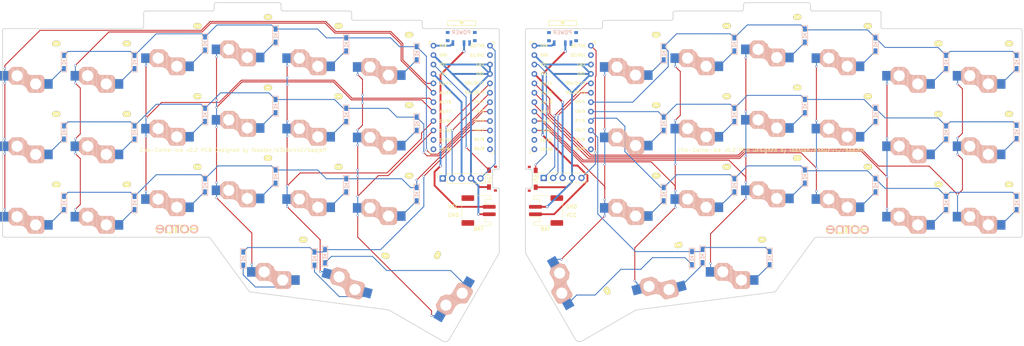
<source format=kicad_pcb>
(kicad_pcb (version 20221018) (generator pcbnew)
  (title_block (title "Cho-Corne-Ice") (date "2022-11-18") (rev "v0.2") (company "foostan/e3b0c442"))
  (layers (0 "F.Cu" signal) (31 "B.Cu" signal) (34 "B.Paste" user) (35 "F.Paste" user) (36 "B.SilkS" user "B.Silkscreen") (37 "F.SilkS" user "F.Silkscreen") (38 "B.Mask" user) (39 "F.Mask" user) (44 "Edge.Cuts" user))
  (net 0 "")
  (net 1 "row0")
  (net 2 "Net-(D1-Pad2)")
  (net 3 "row1")
  (net 4 "Net-(D2-Pad2)")
  (net 5 "row2")
  (net 6 "Net-(D3-Pad2)")
  (net 7 "row3")
  (net 8 "Net-(D4-Pad2)")
  (net 9 "Net-(D5-Pad2)")
  (net 10 "Net-(D6-Pad2)")
  (net 11 "Net-(D7-Pad2)")
  (net 12 "Net-(D8-Pad2)")
  (net 13 "Net-(D9-Pad2)")
  (net 14 "Net-(D10-Pad2)")
  (net 15 "Net-(D11-Pad2)")
  (net 16 "Net-(D12-Pad2)")
  (net 17 "Net-(D13-Pad2)")
  (net 18 "Net-(D14-Pad2)")
  (net 19 "Net-(D15-Pad2)")
  (net 20 "Net-(D16-Pad2)")
  (net 21 "Net-(D17-Pad2)")
  (net 22 "Net-(D18-Pad2)")
  (net 23 "Net-(D19-Pad2)")
  (net 24 "Net-(D20-Pad2)")
  (net 25 "Net-(D21-Pad2)")
  (net 26 "GND")
  (net 27 "VCC")
  (net 28 "col0")
  (net 29 "col1")
  (net 30 "col2")
  (net 31 "col3")
  (net 32 "col4")
  (net 33 "col5")
  (net 34 "RAW")
  (net 35 "reset")
  (net 39 "Net-(D22-Pad2)")
  (net 40 "row0_r")
  (net 41 "Net-(D23-Pad2)")
  (net 42 "Net-(D24-Pad2)")
  (net 43 "Net-(D25-Pad2)")
  (net 44 "Net-(D26-Pad2)")
  (net 45 "Net-(D27-Pad2)")
  (net 46 "row1_r")
  (net 47 "Net-(D28-Pad2)")
  (net 48 "Net-(D29-Pad2)")
  (net 49 "Net-(D30-Pad2)")
  (net 50 "Net-(D31-Pad2)")
  (net 51 "Net-(D32-Pad2)")
  (net 52 "Net-(D33-Pad2)")
  (net 53 "row2_r")
  (net 54 "Net-(D34-Pad2)")
  (net 55 "Net-(D35-Pad2)")
  (net 56 "Net-(D36-Pad2)")
  (net 57 "Net-(D37-Pad2)")
  (net 58 "Net-(D38-Pad2)")
  (net 59 "Net-(D39-Pad2)")
  (net 60 "Net-(D40-Pad2)")
  (net 61 "row3_r")
  (net 62 "Net-(D41-Pad2)")
  (net 63 "Net-(D42-Pad2)")
  (net 65 "reset_r")
  (net 66 "col0_r")
  (net 67 "col1_r")
  (net 68 "col2_r")
  (net 69 "col3_r")
  (net 70 "col4_r")
  (net 71 "col5_r")
  (net 72 "VDD")
  (net 73 "GNDA")
  (net 78 "RAW_r")
  (net 81 "MOSI")
  (net 82 "SCK")
  (net 83 "CS")
  (net 85 "MOSI_r")
  (net 86 "SCK_r")
  (net 87 "CS_r")
  (net 89 "Net-(J1-Pad1)")
  (net 90 "Net-(J3-Pad1)")
  (footprint "keeblib:alps_sksn" (layer "F.Cu") (at 144.7325 67.205 90)
    (fp_text reference "RSW1" hide)
    (fp_text value "RST")
  )
  (footprint "kbd:ChocV1_V2_Hotswap" (layer "F.Cu") (at 39.1075 35.78)
    (fp_text reference "SW2" hide)
    (fp_text value "SW_PUSH" hide)
  )
  (footprint "kbd:ChocV1_V2_Hotswap" (layer "F.Cu") (at 58.1075 31.03)
    (fp_text reference "SW3" hide)
    (fp_text value "SW_PUSH" hide)
  )
  (footprint "kbd:ChocV1_V2_Hotswap" (layer "F.Cu") (at 77.1075 28.655)
    (fp_text reference "SW4" hide)
    (fp_text value "SW_PUSH" hide)
  )
  (footprint "kbd:ChocV1_V2_Hotswap" (layer "F.Cu") (at 96.1075 31.03)
    (fp_text reference "SW5" hide)
    (fp_text value "SW_PUSH" hide)
  )
  (footprint "kbd:ChocV1_V2_Hotswap" (layer "F.Cu") (at 20.1075 54.78)
    (fp_text reference "SW7" hide)
    (fp_text value "SW_PUSH" hide)
  )
  (footprint "kbd:ChocV1_V2_Hotswap" (layer "F.Cu") (at 39.1075 54.78)
    (fp_text reference "SW8" hide)
    (fp_text value "SW_PUSH" hide)
  )
  (footprint "kbd:ChocV1_V2_Hotswap" (layer "F.Cu") (at 58.1075 50.03)
    (fp_text reference "SW9" hide)
    (fp_text value "SW_PUSH" hide)
  )
  (footprint "kbd:ChocV1_V2_Hotswap" (layer "F.Cu") (at 77.1075 47.655)
    (fp_text reference "SW10" hide)
    (fp_text value "SW_PUSH" hide)
  )
  (footprint "kbd:ChocV1_V2_Hotswap" (layer "F.Cu") (at 96.1075 50.03)
    (fp_text reference "SW11" hide)
    (fp_text value "SW_PUSH" hide)
  )
  (footprint "kbd:ChocV1_V2_Hotswap" (layer "F.Cu") (at 115.1075 52.405)
    (fp_text reference "SW12" hide)
    (fp_text value "SW_PUSH" hide)
  )
  (footprint "kbd:ChocV1_V2_Hotswap" (layer "F.Cu") (at 20.1075 73.78)
    (fp_text reference "SW13" hide)
    (fp_text value "SW_PUSH" hide)
  )
  (footprint "kbd:ChocV1_V2_Hotswap" (layer "F.Cu") (at 39.1075 73.78)
    (fp_text reference "SW14" hide)
    (fp_text value "SW_PUSH" hide)
  )
  (footprint "kbd:ChocV1_V2_Hotswap" (layer "F.Cu") (at 58.1075 69.03)
    (fp_text reference "SW15" hide)
    (fp_text value "SW_PUSH" hide)
  )
  (footprint "kbd:ChocV1_V2_Hotswap" (layer "F.Cu") (at 77.1075 66.655)
    (fp_text reference "SW16" hide)
    (fp_text value "SW_PUSH" hide)
  )
  (footprint "kbd:ChocV1_V2_Hotswap" (layer "F.Cu") (at 96.1075 69.03)
    (fp_text reference "SW17" hide)
    (fp_text value "SW_PUSH" hide)
  )
  (footprint "kbd:ChocV1_V2_Hotswap" (layer "F.Cu") (at 115.1075 71.405)
    (fp_text reference "SW18" hide)
    (fp_text value "SW_PUSH" hide)
  )
  (footprint "kbd:ChocV1_V2_Hotswap" (layer "F.Cu") (at 86.6075 88.655)
    (fp_text reference "SW19" hide)
    (fp_text value "SW_PUSH" hide)
  )
  (footprint "kbd:ChocV1_V2_Hotswap" (layer "F.Cu") (at 107.6075 91.405 -15)
    (fp_text reference "SW20" hide)
    (fp_text value "SW_PUSH" hide)
  )
  (footprint "kbd:ChocV1_V2_Hotswap_1.5u" (layer "F.Cu") (at 129.8575 95.155 60)
    (fp_text reference "SW21" hide)
    (fp_text value "SW_PUSH" hide)
  )
  (footprint "kbd:ChocV1_V2_Hotswap_1.5u" (layer "F.Cu") (at 166.8645 95.15 -60)
    (fp_text reference "SW42" hide)
    (fp_text value "SW_PUSH" hide)
  )
  (footprint "keeblib:alps_sksn" (layer "F.Cu") (at 152.1575 67.255 -90)
    (fp_text reference "RSW2" hide)
    (fp_text value "RST")
  )
  (footprint "kbd:ChocV1_V2_Hotswap" (layer "F.Cu") (at 219.6145 66.65)
    (fp_text reference "SW37" hide)
    (fp_text value "SW_PUSH" hide)
  )
  (footprint "kbd:ChocV1_V2_Hotswap" (layer "F.Cu") (at 200.6145 69.025)
    (fp_text reference "SW38" hide)
    (fp_text value "SW_PUSH" hide)
  )
  (footprint "kbd:ChocV1_V2_Hotswap" (layer "F.Cu") (at 181.6145 71.4)
    (fp_text reference "SW39" hide)
    (fp_text value "SW_PUSH" hide)
  )
  (footprint "kbd:ChocV1_V2_Hotswap" (layer "F.Cu") (at 210.1145 88.65)
    (fp_text reference "SW40" hide)
    (fp_text value "SW_PUSH" hide)
  )
  (footprint "kbd:ChocV1_V2_Hotswap" (layer "F.Cu") (at 189.1145 91.4 15)
    (fp_text reference "SW41" hide)
    (fp_text value "SW_PUSH" hide)
  )
  (footprint "kbd:ChocV1_V2_Hotswap" (layer "F.Cu") (at 219.6145 28.65)
    (fp_text reference "SW25" hide)
    (fp_text value "SW_PUSH" hide)
  )
  (footprint "kbd:ChocV1_V2_Hotswap" (layer "F.Cu") (at 200.6145 31.025)
    (fp_text reference "SW26" hide)
    (fp_text value "SW_PUSH" hide)
  )
  (footprint "kbd:ChocV1_V2_Hotswap" (layer "F.Cu") (at 276.6145 54.775)
    (fp_text reference "SW28" hide)
    (fp_text value "SW_PUSH" hide)
  )
  (footprint "kbd:ChocV1_V2_Hotswap" (layer "F.Cu") (at 238.6145 31.025)
    (fp_text reference "SW24" hide)
    (fp_text value "SW_PUSH" hide)
  )
  (footprint "kbd:ChocV1_V2_Hotswap" (layer "F.Cu") (at 257.6145 54.775)
    (fp_text reference "SW29" hide)
    (fp_text value "SW_PUSH" hide)
  )
  (footprint "kbd:ChocV1_V2_Hotswap" (layer "F.Cu") (at 257.6145 73.775)
    (fp_text reference "SW35" hide)
    (fp_text value "SW_PUSH" hide)
  )
  (footprint "kbd:ChocV1_V2_Hotswap" (layer "F.Cu") (at 238.6145 69.025)
    (fp_text reference "SW36" hide)
    (fp_text value "SW_PUSH" hide)
  )
  (footprint "kbd:ChocV1_V2_Hotswap" (layer "F.Cu") (at 276.6145 35.775)
    (fp_text reference "SW22" hide)
    (fp_text value "SW_PUSH" hide)
  )
  (footprint "kbd:ChocV1_V2_Hotswap" (layer "F.Cu") (at 257.6145 35.775)
    (fp_text reference "SW23" hide)
    (fp_text value "SW_PUSH" hide)
  )
  (footprint "kbd:ChocV1_V2_Hotswap" (layer "F.Cu") (at 238.6145 50.025)
    (fp_text reference "SW30" hide)
    (fp_text value "SW_PUSH" hide)
  )
  (footprint "kbd:ChocV1_V2_Hotswap" (layer "F.Cu") (at 219.6145 47.65)
    (fp_text reference "SW31" hide)
    (fp_text value "SW_PUSH" hide)
  )
  (footprint "kbd:ChocV1_V2_Hotswap" (layer "F.Cu") (at 200.6145 50.025)
    (fp_text reference "SW32" hide)
    (fp_text value "SW_PUSH" hide)
  )
  (footprint "kbd:ChocV1_V2_Hotswap" (layer "F.Cu") (at 181.6145 52.4)
    (fp_text reference "SW33" hide)
    (fp_text value "SW_PUSH" hide)
  )
  (footprint "kbd:ChocV1_V2_Hotswap" (layer "F.Cu") (at 276.6145 73.775)
    (fp_text reference "SW34" hide)
    (fp_text value "SW_PUSH" hide)
  )
  (footprint "kbd:ChocV1_V2_Hotswap" (layer "F.Cu") (at 20.1075 35.78)
    (fp_text reference "SW1" hide)
    (fp_text value "SW_PUSH" hide)
  )
  (footprint "kbd:M2_HOLE_v2" (layer "F.Cu") (at 105.5755 41.7655)
    (fp_text reference "Ref**" hide)
    (fp_text value "Val**" hide)
  )
  (footprint "kbd:M2_HOLE_v2" (layer "F.Cu") (at 72.7645 81.5205)
    (fp_text reference "Ref**" hide)
    (fp_text value "Val**" hide)
  )
  (footprint "kbd:M2_HOLE_v2" (layer "F.Cu") (at 119.3305 89.135)
    (fp_text reference "Ref**" hide)
    (fp_text value "Val**" hide)
  )
  (footprint "kbd:M2_HOLE_v2" (layer "F.Cu") (at 127.8695 74.254)
    (fp_text reference "Ref**" hide)
    (fp_text value "Val**" hide)
  )
  (footprint "kbd:M2_HOLE_v2" (layer "F.Cu") (at 142.3015 82.775)
    (fp_text reference "Ref**" hide)
    (fp_text value "Val**" hide)
  )
  (footprint "kbd:M2_HOLE_v2" (layer "F.Cu") (at 177.3895 89.145 180)
    (fp_text reference "Ref**" hide)
    (fp_text value "Val**" hide)
  )
  (footprint "kbd:M2_HOLE_v2" (layer "F.Cu") (at 223.9555 81.5305 180)
    (fp_text reference "Ref**" hide)
    (fp_text value "Val**" hide)
  )
  (footprint "kbd:M2_HOLE_v2" (layer "F.Cu") (at 267.0995 45.2655 180)
    (fp_text reference "Ref**" hide)
    (fp_text value "Val**" hide)
  )
  (footprint "kbd:M2_HOLE_v2" (layer "F.Cu") (at 191.1445 41.7755 180)
    (fp_text reference "Ref**" hide)
    (fp_text value "Val**" hide)
  )
  (footprint "kbd:ChocV1_V2_Hotswap" (layer "F.Cu") (at 115.1075 33.405)
    (fp_text reference "SW6" hide)
    (fp_text value "SW_PUSH" hide)
  )
  (footprint "kbd:ChocV1_V2_Hotswap" (layer "F.Cu") (at 181.6075 33.405)
    (fp_text reference "SW27" hide)
    (fp_text value "SW_PUSH" hide)
  )
  (footprint "kbd:M2_HOLE_v2" (layer "F.Cu") (at 27.5195 54.1395)
    (fp_text reference "Ref**" hide)
    (fp_text value "Val**" hide)
  )
  (footprint "kbd:M2_HOLE_v2" (layer "F.Cu") (at 29.6075 45.28)
    (fp_text reference "Ref**" hide)
    (fp_text value "Val**" hide)
  )
  (footprint "kbd:corne-logo-horizontal" (layer "F.Cu") (at 58.2675 80.89)
    (fp_text reference "G***" hide)
    (fp_text value "LOGO" hide)
  )
  (footprint "kbd:corne-logo-horizontal" (layer "F.Cu") (at 238.7775 81.04)
    (fp_text reference "G***" hide)
    (fp_text value "LOGO" hide)
  )
  (footprint "kbd:ProMicro_v3" (layer "F.Cu") (at 161.9875 45.84)
    (fp_text reference "U2" hide)
    (fp_text value "nice!nano" hide)
  )
  (footprint "Connector_PinSocket_2.54mm:PinSocket_1x05_P2.54mm_Vertical" (layer "F.Cu") (at 156.8975 67.02 90)
    (fp_text reference "J4" hide)
    (fp_text value "nice!view" hide)
  )
  (footprint "Connector_JST:JST_PH_S2B-PH-SM4-TB_1x02-1MP_P2.00mm_Horizontal" (layer "F.Cu") (at 139.3605 75.812 -90)
    (fp_text reference "J1" hide)
    (fp_text value "BAT")
  )
  (footprint "Connector_PinSocket_2.54mm:PinSocket_1x05_P2.54mm_Vertical" (layer "F.Cu") (at 129.6985 67.151 90)
    (fp_text reference "J2" hide)
    (fp_text value "nice!view" hide)
  )
  (footprint "Connector_JST:JST_PH_S2B-PH-SM4-TB_1x02-1MP_P2.00mm_Horizontal" (layer "F.Cu") (at 157.5215 75.812 90)
    (fp_text reference "J3" hide)
    (fp_text value "BAT")
  )
  (footprint "kbd:ProMicro_v3" (layer "F.Cu") (at 134.8125 45.84)
    (fp_text reference "U1" hide)
    (fp_text value "nice!nano" hide)
  )
  (footprint "kbd:D3_SMD_v2" (layer "B.Cu") (at 27.7345 35.776875 -90)
    (fp_text reference "D1" hide)
    (fp_text value "D" hide)
  )
  (footprint "kbd:D3_SMD_v2" (layer "B.Cu") (at 46.7345 35.78 -90)
    (fp_text reference "D2" hide)
    (fp_text value "D" hide)
  )
  (footprint "kbd:D3_SMD_v2" (layer "B.Cu") (at 65.7075 30.78 -90)
    (fp_text reference "D3" hide)
    (fp_text value "D" hide)
  )
  (footprint "kbd:D3_SMD_v2" (layer "B.Cu") (at 84.7075 28.655 -90)
    (fp_text reference "D4" hide)
    (fp_text value "D" hide)
  )
  (footprint "kbd:D3_SMD_v2" (layer "B.Cu") (at 103.7075 31.03 -90)
    (fp_text reference "D5" hide)
    (fp_text value "D" hide)
  )
  (footprint "kbd:D3_SMD_v2" (layer "B.Cu") (at 122.7075 33.405 -90)
    (fp_text reference "D6" hide)
    (fp_text value "D" hide)
  )
  (footprint "kbd:D3_SMD_v2" (layer "B.Cu") (at 27.7345 54.776875 -90)
    (fp_text reference "D7" hide)
    (fp_text value "D" hide)
  )
  (footprint "kbd:D3_SMD_v2" (layer "B.Cu") (at 46.7345 54.78 -90)
    (fp_text reference "D8" hide)
    (fp_text value "D" hide)
  )
  (footprint "kbd:D3_SMD_v2" (layer "B.Cu") (at 65.7075 50.03 -90)
    (fp_text reference "D9" hide)
    (fp_text value "D" hide)
  )
  (footprint "kbd:D3_SMD_v2" (layer "B.Cu") (at 84.7075 47.655 -90)
    (fp_text reference "D10" hide)
    (fp_text value "D" hide)
  )
  (footprint "kbd:D3_SMD_v2" (layer "B.Cu") (at 103.7075 50.03 -90)
    (fp_text reference "D11" hide)
    (fp_text value "D" hide)
  )
  (footprint "kbd:D3_SMD_v2" (layer "B.Cu") (at 122.7075 52.405 -90)
    (fp_text reference "D12" hide)
    (fp_text value "D" hide)
  )
  (footprint "kbd:D3_SMD_v2" (layer "B.Cu") (at 27.7345 73.776875 -90)
    (fp_text reference "D13" hide)
    (fp_text value "D" hide)
  )
  (footprint "kbd:D3_SMD_v2" (layer "B.Cu") (at 46.7345 73.78 -90)
    (fp_text reference "D14" hide)
    (fp_text value "D" hide)
  )
  (footprint "kbd:D3_SMD_v2" (layer "B.Cu") (at 65.7075 69.03 -90)
    (fp_text reference "D15" hide)
    (fp_text value "D" hide)
  )
  (footprint "kbd:D3_SMD_v2" (layer "B.Cu") (at 84.7075 66.655 -90)
    (fp_text reference "D16" hide)
    (fp_text value "D" hide)
  )
  (footprint "kbd:D3_SMD_v2" (layer "B.Cu") (at 103.7075 69.03 -90)
    (fp_text reference "D17" hide)
    (fp_text value "D" hide)
  )
  (footprint "kbd:D3_SMD_v2" (layer "B.Cu") (at 122.7075 71.405 -90)
    (fp_text reference "D18" hide)
    (fp_text value "D" hide)
  )
  (footprint "kbd:D3_SMD_v2" (layer "B.Cu") (at 75.9875 88.766 -90)
    (fp_text reference "D19" hide)
    (fp_text value "D" hide)
  )
  (footprint "kbd:D3_SMD_v2" (layer "B.Cu") (at 95.1645 88.765 -90)
    (fp_text reference "D20" hide)
    (fp_text value "D" hide)
  )
  (footprint "kbd:D3_SMD_v2" (layer "B.Cu") (at 98.0075 88.131 -90)
    (fp_text reference "D21" hide)
    (fp_text value "D" hide)
  )
  (footprint "kbd:D3_SMD_v2" (layer "B.Cu") (at 265.2145 35.775 -90)
    (fp_text reference "D23" hide)
    (fp_text value "D" hide)
  )
  (footprint "kbd:D3_SMD_v2" (layer "B.Cu") (at 246.2145 31.025 -90)
    (fp_text reference "D24" hide)
    (fp_text value "D" hide)
  )
  (footprint "kbd:D3_SMD_v2" (layer "B.Cu") (at 227.2145 28.65 -90)
    (fp_text reference "D25" hide)
    (fp_text value "D" hide)
  )
  (footprint "kbd:D3_SMD_v2" (layer "B.Cu") (at 189.2075 33.405 -90)
    (fp_text reference "D27" hide)
    (fp_text value "D" hide)
  )
  (footprint "kbd:D3_SMD_v2" (layer "B.Cu") (at 284.2145 54.625 -90)
    (fp_text reference "D28" hide)
    (fp_text value "D" hide)
  )
  (footprint "kbd:D3_SMD_v2" (layer "B.Cu") (at 265.2145 54.775 -90)
    (fp_text reference "D29" hide)
    (fp_text value "D" hide)
  )
  (footprint "kbd:D3_SMD_v2" (layer "B.Cu") (at 246.2145 50.025 -90)
    (fp_text reference "D30" hide)
    (fp_text value "D" hide)
  )
  (footprint "kbd:D3_SMD_v2" (layer "B.Cu") (at 227.2145 47.65 -90)
    (fp_text reference "D31" hide)
    (fp_text value "D" hide)
  )
  (footprint "kbd:D3_SMD_v2" (layer "B.Cu") (at 208.2145 50.025 -90)
    (fp_text reference "D32" hide)
    (fp_text value "D" hide)
  )
  (footprint "kbd:D3_SMD_v2" (layer "B.Cu") (at 189.2075 52.405 -90)
    (fp_text reference "D33" hide)
    (fp_text value "D" hide)
  )
  (footprint "kbd:D3_SMD_v2" (layer "B.Cu") (at 284.2145 73.775 -90)
    (fp_text reference "D34" hide)
    (fp_text value "D" hide)
  )
  (footprint "kbd:D3_SMD_v2" (layer "B.Cu") (at 265.2145 73.775 -90)
    (fp_text reference "D35" hide)
    (fp_text value "D" hide)
  )
  (footprint "kbd:D3_SMD_v2" (layer "B.Cu") (at 246.2145 69.025 -90)
    (fp_text reference "D36" hide)
    (fp_text value "D" hide)
  )
  (footprint "kbd:D3_SMD_v2" (layer "B.Cu") (at 227.2145 66.65 -90)
    (fp_text reference "D37" hide)
    (fp_text value "D" hide)
  )
  (footprint "kbd:D3_SMD_v2" (layer "B.Cu") (at 208.2145 69.025 -90)
    (fp_text reference "D38" hide)
    (fp_text value "D" hide)
  )
  (footprint "kbd:D3_SMD_v2" (layer "B.Cu") (at 189.2075 71.405 -90)
    (fp_text reference "D39" hide)
    (fp_text value "D" hide)
  )
  (footprint "kbd:D3_SMD_v2" (layer "B.Cu") (at 217.7145 88.635 -90)
    (fp_text reference "D40" hide)
    (fp_text value "D" hide)
  )
  (footprint "kbd:D3_SMD_v2" (layer "B.Cu") (at 199.6645 88.08 -90)
    (fp_text reference "D41" hide)
    (fp_text value "D" hide)
  )
  (footprint "kbd:D3_SMD_v2" (layer "B.Cu") (at 196.8145 88.65 -90)
    (fp_text reference "D42" hide)
    (fp_text value "D" hide)
  )
  (footprint "kbd:D3_SMD_v2" (layer "B.Cu") (at 284.2145 35.775 -90)
    (fp_text reference "D22" hide)
    (fp_text value "D" hide)
  )
  (footprint "kbd:D3_SMD_v2" (layer "B.Cu") (at 208.2145 31.025 -90)
    (fp_text reference "D26" hide)
    (fp_text value "D" hide)
  )
  (footprint "kbd:M2_HOLE_v2" (layer "B.Cu") (at 154.4185 82.785 180)
    (fp_text reference "Ref**" hide)
    (fp_text value "Val**" hide)
  )
  (footprint "kbd:M2_HOLE_v2" (layer "B.Cu") (at 269.1875 54.125 180)
    (fp_text reference "Ref**" hide)
    (fp_text value "Val**" hide)
  )
  (footprint "kbd:M2_HOLE_v2" (layer "B.Cu") (at 168.8505 74.264 180)
    (fp_text reference "Ref**" hide)
    (fp_text value "Val**" hide)
  )
  (footprint "kbd:corne-logo-horizontal" (layer "B.Cu") (at 58.0375 80.89 180)
    (fp_text reference "G***" hide)
    (fp_text value "LOGO" hide)
  )
  (footprint "kbd:corne-logo-horizontal" (layer "B.Cu") (at 238.5675 81.04 180)
    (fp_text reference "G***" hide)
    (fp_text value "LOGO" hide)
  )
  (footprint "keeblib:switch_SSSS811101" (layer "B.Cu") (at 161.9625 28.93)
    (fp_text reference "PSW2" hide)
    (fp_text value "POWER")
  )
  (footprint "keeblib:switch_SSSS811101" (layer "B.Cu") (at 134.693787 28.91)
    (fp_text reference "PSW1" hide)
    (fp_text value "POWER")
  )
  (gr_curve (pts (xy 181.6295 102.678) (xy 181.84293 102.613557) (xy 182.062163 102.570169) (xy 182.284056 102.54846)) (stroke (width 0.2)) (layer "Edge.Cuts"))
  (gr_curve (pts (xy 152.181791 87.625717) (xy 152.029054 87.360585) (xy 151.950612 87.059178) (xy 151.9547 86.753228)) (stroke (width 0.2)) (layer "Edge.Cuts"))
  (gr_line (start 191.706177 24.025707) (end 191.706177 22.527109) (stroke (width 0.2)) (layer "Edge.Cuts"))
  (gr_line (start 173.204835 24.526087) (end 191.205797 24.526087) (stroke (width 0.2)) (layer "Edge.Cuts"))
  (gr_curve (pts (xy 151.9547 27.278174) (xy 151.954759 27.002128) (xy 152.178537 26.778365) (xy 152.454583 26.778301)) (stroke (width 0.2)) (layer "Edge.Cuts"))
  (gr_line (start 151.955216 27.276904) (end 151.955216 64.5) (stroke (width 0.2)) (layer "Edge.Cuts"))
  (gr_line (start 285.704628 27.278174) (end 285.706404 82.52693) (stroke (width 0.2)) (layer "Edge.Cuts"))
  (gr_line (start 248.205881 26.776525) (end 285.204501 26.778301) (stroke (width 0.2)) (layer "Edge.Cuts"))
  (gr_line (start 211.205737 19.776292) (end 228.20594 19.776292) (stroke (width 0.2)) (layer "Edge.Cuts"))
  (gr_line (start 210.705358 21.52635) (end 210.705358 20.276671) (stroke (width 0.2)) (layer "Edge.Cuts"))
  (gr_line (start 192.206556 22.026729) (end 210.204472 22.028252) (stroke (width 0.2)) (layer "Edge.Cuts"))
  (gr_line (start 181.6295 102.678) (end 167.335417 110.939084) (stroke (width 0.2)) (layer "Edge.Cuts"))
  (gr_line (start 172.706995 25.026466) (end 172.704713 26.278179) (stroke (width 0.2)) (layer "Edge.Cuts"))
  (gr_curve (pts (xy 172.704713 25.028242) (xy 172.704654 24.752107) (xy 172.928431 24.528195) (xy 173.204577 24.528121)) (stroke (width 0.2)) (layer "Edge.Cuts"))
  (gr_line (start 247.705501 22.527109) (end 247.705501 26.276145) (stroke (width 0.2)) (layer "Edge.Cuts"))
  (gr_line (start 228.70632 20.276671) (end 228.70632 21.52635) (stroke (width 0.2)) (layer "Edge.Cuts"))
  (gr_line (start 152.455595 26.776525) (end 172.204592 26.778301) (stroke (width 0.2)) (layer "Edge.Cuts"))
  (gr_curve (pts (xy 285.704628 82.5282) (xy 285.704558 82.804345) (xy 285.480647 83.028143) (xy 285.204506 83.028073)) (stroke (width 0.2)) (layer "Edge.Cuts"))
  (gr_curve (pts (xy 285.204506 83.028073) (xy 285.204501 83.028073) (xy 285.204501 83.028073) (xy 285.204501 83.028073)) (stroke (width 0.2)) (layer "Edge.Cuts"))
  (gr_curve (pts (xy 285.204501 26.778301) (xy 285.480642 26.778231) (xy 285.704558 27.002029) (xy 285.704628 27.278169)) (stroke (width 0.2)) (layer "Edge.Cuts"))
  (gr_curve (pts (xy 285.704628 27.278169) (xy 285.704628 27.278174) (xy 285.704628 27.278174) (xy 285.704628 27.278174)) (stroke (width 0.2)) (layer "Edge.Cuts"))
  (gr_curve (pts (xy 248.204611 26.778301) (xy 247.928465 26.77837) (xy 247.704559 26.554568) (xy 247.704489 26.278427)) (stroke (width 0.2)) (layer "Edge.Cuts"))
  (gr_curve (pts (xy 247.704489 26.278427) (xy 247.704489 26.278343) (xy 247.704489 26.278264) (xy 247.704489 26.278179)) (stroke (width 0.2)) (layer "Edge.Cuts"))
  (gr_curve (pts (xy 247.204616 22.028252) (xy 247.480662 22.028322) (xy 247.70442 22.25208) (xy 247.704489 22.528126)) (stroke (width 0.2)) (layer "Edge.Cuts"))
  (gr_curve (pts (xy 229.204665 22.028252) (xy 228.92852 22.028322) (xy 228.704613 21.804519) (xy 228.704544 21.528379)) (stroke (width 0.2)) (layer "Edge.Cuts"))
  (gr_curve (pts (xy 228.704544 21.528379) (xy 228.704544 21.528295) (xy 228.704544 21.52821) (xy 228.704544 21.528126)) (stroke (width 0.2)) (layer "Edge.Cuts"))
  (gr_curve (pts (xy 228.20467 19.778068) (xy 228.480816 19.778137) (xy 228.704613 20.002049) (xy 228.704544 20.278189)) (stroke (width 0.2)) (layer "Edge.Cuts"))
  (gr_curve (pts (xy 228.704544 20.278189) (xy 228.704544 20.278194) (xy 228.704544 20.278194) (xy 228.704544 20.278194)) (stroke (width 0.2)) (layer "Edge.Cuts"))
  (gr_curve (pts (xy 210.704594 20.278194) (xy 210.704524 20.002054) (xy 210.928322 19.778137) (xy 211.204467 19.778068)) (stroke (width 0.2)) (layer "Edge.Cuts"))
  (gr_curve (pts (xy 211.204467 19.778068) (xy 211.204467 19.778068) (xy 211.204467 19.778068) (xy 211.204467 19.778068)) (stroke (width 0.2)) (layer "Edge.Cuts"))
  (gr_curve (pts (xy 210.704594 21.528126) (xy 210.704663 21.804266) (xy 210.480866 22.028183) (xy 210.20472 22.028252)) (stroke (width 0.2)) (layer "Edge.Cuts"))
  (gr_curve (pts (xy 210.20472 22.028252) (xy 210.204641 22.028252) (xy 210.204552 22.028252) (xy 210.204472 22.028252)) (stroke (width 0.2)) (layer "Edge.Cuts"))
  (gr_curve (pts (xy 191.704649 22.528126) (xy 191.704718 22.25208) (xy 191.928476 22.028322) (xy 192.204522 22.028252)) (stroke (width 0.2)) (layer "Edge.Cuts"))
  (gr_curve (pts (xy 191.704649 24.028247) (xy 191.704579 24.304388) (xy 191.480672 24.52819) (xy 191.204527 24.528121)) (stroke (width 0.2)) (layer "Edge.Cuts"))
  (gr_line (start 165.4073 110.559612) (end 152.181276 87.627245) (stroke (width 0.2)) (layer "Edge.Cuts"))
  (gr_curve (pts (xy 165.410396 110.564226) (xy 165.409364 110.562688) (xy 165.408332 110.56115) (xy 165.4073 110.559612)) (stroke (width 0.2)) (layer "Edge.Cuts"))
  (gr_curve (pts (xy 167.335417 110.939084) (xy 166.700318 111.367153) (xy 165.838465 111.199314) (xy 165.410396 110.564226)) (stroke (width 0.2)) (layer "Edge.Cuts"))
  (gr_line (start 218.954506 97.778087) (end 182.284056 102.54846) (stroke (width 0.2)) (layer "Edge.Cuts"))
  (gr_curve (pts (xy 219.308071 97.631789) (xy 219.21428 97.725501) (xy 219.087101 97.778126) (xy 218.954506 97.778087)) (stroke (width 0.2)) (layer "Edge.Cuts"))
  (gr_line (start 229.851095 83.174629) (end 219.308071 97.631789) (stroke (width 0.2)) (layer "Edge.Cuts"))
  (gr_curve (pts (xy 172.704713 26.278179) (xy 172.704773 26.55432) (xy 172.480975 26.778231) (xy 172.20483 26.778301)) (stroke (width 0.2)) (layer "Edge.Cuts"))
  (gr_curve (pts (xy 172.20483 26.778301) (xy 172.20475 26.778301) (xy 172.204671 26.778301) (xy 172.204592 26.778301)) (stroke (width 0.2)) (layer "Edge.Cuts"))
  (gr_line (start 11.690499 83.020073) (end 66.690339 83.020073) (stroke (width 0.2)) (layer "Edge.Cuts"))
  (gr_line (start 49.690384 22.020252) (end 67.690335 22.020252) (stroke (width 0.2)) (layer "Edge.Cuts"))
  (gr_curve (pts (xy 124.69017 26.770301) (xy 124.69025 26.770301) (xy 124.690329 26.770301) (xy 124.690408 26.770301)) (stroke (width 0.2)) (layer "Edge.Cuts"))
  (gr_curve (pts (xy 124.190287 26.270179) (xy 124.190227 26.54632) (xy 124.414025 26.770231) (xy 124.69017 26.770301)) (stroke (width 0.2)) (layer "Edge.Cuts"))
  (gr_line (start 67.043905 83.166629) (end 77.586929 97.623789) (stroke (width 0.2)) (layer "Edge.Cuts"))
  (gr_line (start 77.940494 97.770087) (end 114.610944 102.54046) (stroke (width 0.2)) (layer "Edge.Cuts"))
  (gr_curve (pts (xy 129.559583 110.931084) (xy 130.194682 111.359153) (xy 131.056535 111.191314) (xy 131.484604 110.556226)) (stroke (width 0.2)) (layer "Edge.Cuts"))
  (gr_curve (pts (xy 131.484604 110.556226) (xy 131.485636 110.554688) (xy 131.486668 110.55315) (xy 131.4877 110.551612)) (stroke (width 0.2)) (layer "Edge.Cuts"))
  (gr_line (start 131.4877 110.551612) (end 144.713724 87.619245) (stroke (width 0.2)) (layer "Edge.Cuts"))
  (gr_curve (pts (xy 105.190351 24.020247) (xy 105.190421 24.296388) (xy 105.414328 24.52019) (xy 105.690473 24.520121)) (stroke (width 0.2)) (layer "Edge.Cuts"))
  (gr_curve (pts (xy 105.190351 22.520126) (xy 105.190282 22.24408) (xy 104.966524 22.020322) (xy 104.690478 22.020252)) (stroke (width 0.2)) (layer "Edge.Cuts"))
  (gr_curve (pts (xy 86.69028 22.020252) (xy 86.690359 22.020252) (xy 86.690448 22.020252) (xy 86.690528 22.020252)) (stroke (width 0.2)) (layer "Edge.Cuts"))
  (gr_curve (pts (xy 86.190406 21.520126) (xy 86.190337 21.796266) (xy 86.414134 22.020183) (xy 86.69028 22.020252)) (stroke (width 0.2)) (layer "Edge.Cuts"))
  (gr_curve (pts (xy 85.690533 19.770068) (xy 85.690533 19.770068) (xy 85.690533 19.770068) (xy 85.690533 19.770068)) (stroke (width 0.2)) (layer "Edge.Cuts"))
  (gr_curve (pts (xy 86.190406 20.270194) (xy 86.190476 19.994054) (xy 85.966678 19.770137) (xy 85.690533 19.770068)) (stroke (width 0.2)) (layer "Edge.Cuts"))
  (gr_curve (pts (xy 68.190456 20.270189) (xy 68.190456 20.270194) (xy 68.190456 20.270194) (xy 68.190456 20.270194)) (stroke (width 0.2)) (layer "Edge.Cuts"))
  (gr_curve (pts (xy 68.69033 19.770068) (xy 68.414184 19.770137) (xy 68.190387 19.994049) (xy 68.190456 20.270189)) (stroke (width 0.2)) (layer "Edge.Cuts"))
  (gr_curve (pts (xy 68.190456 21.520379) (xy 68.190456 21.520295) (xy 68.190456 21.52021) (xy 68.190456 21.520126)) (stroke (width 0.2)) (layer "Edge.Cuts"))
  (gr_curve (pts (xy 67.690335 22.020252) (xy 67.96648 22.020322) (xy 68.190387 21.796519) (xy 68.190456 21.520379)) (stroke (width 0.2)) (layer "Edge.Cuts"))
  (gr_curve (pts (xy 49.690384 22.020252) (xy 49.414338 22.020322) (xy 49.19058 22.24408) (xy 49.190511 22.520126)) (stroke (width 0.2)) (layer "Edge.Cuts"))
  (gr_curve (pts (xy 49.190511 26.270427) (xy 49.190511 26.270343) (xy 49.190511 26.270264) (xy 49.190511 26.270179)) (stroke (width 0.2)) (layer "Edge.Cuts"))
  (gr_curve (pts (xy 48.690389 26.770301) (xy 48.966535 26.77037) (xy 49.190441 26.546568) (xy 49.190511 26.270427)) (stroke (width 0.2)) (layer "Edge.Cuts"))
  (gr_curve (pts (xy 11.190372 27.270169) (xy 11.190372 27.270174) (xy 11.190372 27.270174) (xy 11.190372 27.270174)) (stroke (width 0.2)) (layer "Edge.Cuts"))
  (gr_curve (pts (xy 11.690499 26.770301) (xy 11.414358 26.770231) (xy 11.190442 26.994029) (xy 11.190372 27.270169)) (stroke (width 0.2)) (layer "Edge.Cuts"))
  (gr_curve (pts (xy 11.690494 83.020073) (xy 11.690499 83.020073) (xy 11.690499 83.020073) (xy 11.690499 83.020073)) (stroke (width 0.2)) (layer "Edge.Cuts"))
  (gr_curve (pts (xy 11.190372 82.5202) (xy 11.190442 82.796345) (xy 11.414353 83.020143) (xy 11.690494 83.020073)) (stroke (width 0.2)) (layer "Edge.Cuts"))
  (gr_line (start 144.439405 26.768525) (end 124.690408 26.770301) (stroke (width 0.2)) (layer "Edge.Cuts"))
  (gr_line (start 68.190456 20.270194) (end 68.18868 21.51835) (stroke (width 0.2)) (layer "Edge.Cuts"))
  (gr_line (start 49.189499 22.519109) (end 49.189499 26.268145) (stroke (width 0.2)) (layer "Edge.Cuts"))
  (gr_curve (pts (xy 124.190287 25.020242) (xy 124.190346 24.744107) (xy 123.966569 24.520195) (xy 123.690423 24.520121)) (stroke (width 0.2)) (layer "Edge.Cuts"))
  (gr_line (start 124.188005 25.018466) (end 124.190287 26.270179) (stroke (width 0.2)) (layer "Edge.Cuts"))
  (gr_line (start 115.2655 102.67) (end 129.559583 110.931084) (stroke (width 0.2)) (layer "Edge.Cuts"))
  (gr_line (start 104.688444 22.018729) (end 86.69028 22.020252) (stroke (width 0.2)) (layer "Edge.Cuts"))
  (gr_line (start 86.189642 21.51835) (end 86.189642 20.268671) (stroke (width 0.2)) (layer "Edge.Cuts"))
  (gr_line (start 85.689263 19.768292) (end 68.68906 19.768292) (stroke (width 0.2)) (layer "Edge.Cuts"))
  (gr_line (start 48.689119 26.768525) (end 11.690499 26.770301) (stroke (width 0.2)) (layer "Edge.Cuts"))
  (gr_line (start 11.190372 27.270174) (end 11.188596 82.51893) (stroke (width 0.2)) (layer "Edge.Cuts"))
  (gr_line (start 144.939784 27.268904) (end 144.939784 64.5) (stroke (width 0.2)) (layer "Edge.Cuts"))
  (gr_curve (pts (xy 144.9403 27.270174) (xy 144.940241 26.994128) (xy 144.716463 26.770365) (xy 144.440417 26.770301)) (stroke (width 0.2)) (layer "Edge.Cuts"))
  (gr_line (start 123.690165 24.518087) (end 105.689203 24.518087) (stroke (width 0.2)) (layer "Edge.Cuts"))
  (gr_line (start 105.188823 24.017707) (end 105.188823 22.519109) (stroke (width 0.2)) (layer "Edge.Cuts"))
  (gr_curve (pts (xy 144.713209 87.617717) (xy 144.865946 87.352585) (xy 144.944388 87.051178) (xy 144.9403 86.745228)) (stroke (width 0.2)) (layer "Edge.Cuts"))
  (gr_curve (pts (xy 229.851095 83.174629) (xy 229.944847 83.080818) (xy 230.072035 83.028103) (xy 230.204661 83.028073)) (stroke (width 0.2)) (layer "Edge.Cuts"))
  (gr_curve (pts (xy 77.586929 97.623789) (xy 77.68072 97.717501) (xy 77.807899 97.770126) (xy 77.940494 97.770087)) (stroke (width 0.2)) (layer "Edge.Cuts"))
  (gr_curve (pts (xy 67.043905 83.166629) (xy 66.950153 83.072818) (xy 66.822965 83.020103) (xy 66.690339 83.020073)) (stroke (width 0.2)) (layer "Edge.Cuts"))
  (gr_curve (pts (xy 115.2655 102.67) (xy 115.05207 102.605557) (xy 114.832837 102.562169) (xy 114.610944 102.54046)) (stroke (width 0.2)) (layer "Edge.Cuts"))
  (gr_arc (start 144.7375 69.755) (mid 144.879921 69.813164) (end 144.9395 69.955) (stroke (width 0.2)) (layer "Edge.Cuts"))
  (gr_line (start 143.6075 69.755) (end 144.7375 69.755) (stroke (width 0.2)) (layer "Edge.Cuts"))
  (gr_line (start 153.8075 65.205) (end 153.8075 69.305) (stroke (width 0.2)) (layer "Edge.Cuts"))
  (gr_arc (start 144.9231 63.9756) (mid 144.9231 63.9756) (end 144.9231 63.9756) (stroke (width 0.2)) (layer "Edge.Cuts"))
  (gr_line (start 143.1075 65.155) (end 143.1075 69.255) (stroke (width 0.2)) (layer "Edge.Cuts"))
  (gr_arc (start 143.6075 69.755) (mid 143.253947 69.608553) (end 143.1075 69.255) (stroke (width 0.2)) (layer "Edge.Cuts"))
  (gr_line (start 285.204501 83.028073) (end 230.204661 83.028073) (stroke (width 0.2)) (layer "Edge.Cuts"))
  (gr_line (start 152.1575 69.805) (end 153.3075 69.805) (stroke (width 0.2)) (layer "Edge.Cuts"))
  (gr_line (start 144.9395 69.955) (end 144.9403 86.745228) (stroke (width 0.2)) (layer "Edge.Cuts"))
  (gr_line (start 143.6075 64.655) (end 144.7375 64.655) (stroke (width 0.2)) (layer "Edge.Cuts"))
  (gr_arc (start 144.9375 64.455) (mid 144.878921 64.596421) (end 144.7375 64.655) (stroke (width 0.2)) (layer "Edge.Cuts"))
  (gr_arc (start 151.9575 70.005) (mid 152.016079 69.863579) (end 152.1575 69.805) (stroke (width 0.2)) (layer "Edge.Cuts"))
  (gr_line (start 151.9575 70.005) (end 151.9547 86.753228) (stroke (width 0.2)) (layer "Edge.Cuts"))
  (gr_arc (start 153.8075 69.305) (mid 153.661053 69.658553) (end 153.3075 69.805) (stroke (width 0.2)) (layer "Edge.Cuts"))
  (gr_arc (start 143.1075 65.155) (mid 143.253947 64.801447) (end 143.6075 64.655) (stroke (width 0.2)) (layer "Edge.Cuts"))
  (gr_arc (start 152.1575 64.705) (mid 152.016079 64.646421) (end 151.9575 64.505) (stroke (width 0.2)) (layer "Edge.Cuts"))
  (gr_line (start 152.1575 64.705) (end 153.3075 64.705) (stroke (width 0.2)) (layer "Edge.Cuts"))
  (gr_line (start 247.204616 22.028252) (end 229.204665 22.028252) (stroke (width 0.2)) (layer "Edge.Cuts"))
  (gr_arc (start 153.3075 64.705) (mid 153.661053 64.851447) (end 153.8075 65.205) (stroke (width 0.2)) (layer "Edge.Cuts"))
  (gr_text "Cho-Corne-Ice v0.2 PCB Designed by foostan/e3b0c442/badjeff" (at 48.0475 59.5) (layer "F.SilkS") (effects (font (size 1 1) (thickness 0.125)) (justify left)))
  (gr_text "Cho-Corne-Ice v0.2 PCB Designed by foostan/e3b0c442/badjeff" (at 192.8275 59.5) (layer "F.SilkS") (effects (font (size 1 1) (thickness 0.125)) (justify left)))
  (gr_text "VCC" (at 164.3575 77.03) (layer "F.SilkS") (effects (font (size 1 1))))
  (gr_text "GND" (at 132.6075 77.03) (layer "F.SilkS") (effects (font (size 1 1))))
  (gr_text "GND" (at 164.3575 74.78) (layer "F.SilkS") (effects (font (size 1 1))))
  (gr_text "VCC" (at 132.6075 74.78) (layer "F.SilkS") (effects (font (size 1 1))))
  (segment (start 128.3959 60.63) (end 126.4575 60.63) (width 0.25) (layer "F.Cu") (net 1))
  (segment (start 142.4239 46.602) (end 128.3959 60.63) (width 0.25) (layer "F.Cu") (net 1))
  (segment (start 126.4575 60.63) (end 125.3075 59.48) (width 0.25) (layer "F.Cu") (net 1))
  (via (at 125.3075 59.48) (size 0.6) (drill 0.4) (layers "F.Cu" "B.Cu") (net 1))
  (segment (start 28.831376 32.904999) (end 27.7345 34.001875) (width 0.25) (layer "B.Cu") (net 1))
  (segment (start 118.0575 31.63) (end 115.6825 29.255) (width 0.25) (layer "B.Cu") (net 1))
  (segment (start 96.023366 26.88) (end 84.7075 26.88) (width 0.25) (layer "B.Cu") (net 1))
  (segment (start 45.634499 32.904999) (end 28.831376 32.904999) (width 0.25) (layer "B.Cu") (net 1))
  (segment (start 125.3075 59.48) (end 125.3075 34.23) (width 0.25) (layer "B.Cu") (net 1))
  (segment (start 68.932501 25.779999) (end 65.7075 29.005) (width 0.25) (layer "B.Cu") (net 1))
  (segment (start 103.7075 29.255) (end 98.398366 29.255) (width 0.25) (layer "B.Cu") (net 1))
  (segment (start 64.857499 28.154999) (end 52.584501 28.154999) (width 0.25) (layer "B.Cu") (net 1))
  (segment (start 83.607499 25.779999) (end 68.932501 25.779999) (width 0.25) (layer "B.Cu") (net 1))
  (segment (start 52.584501 28.154999) (end 46.7345 34.005) (width 0.25) (layer "B.Cu") (net 1))
  (segment (start 65.7075 29.005) (end 64.857499 28.154999) (width 0.25) (layer "B.Cu") (net 1))
  (segment (start 122.7075 31.63) (end 118.0575 31.63) (width 0.25) (layer "B.Cu") (net 1))
  (segment (start 84.7075 26.88) (end 83.607499 25.779999) (width 0.25) (layer "B.Cu") (net 1))
  (segment (start 98.398366 29.255) (end 96.023366 26.88) (width 0.25) (layer "B.Cu") (net 1))
  (segment (start 46.7345 34.005) (end 45.634499 32.904999) (width 0.25) (layer "B.Cu") (net 1))
  (segment (start 115.6825 29.255) (end 103.7075 29.255) (width 0.25) (layer "B.Cu") (net 1))
  (segment (start 125.3075 34.23) (end 122.7075 31.63) (width 0.25) (layer "B.Cu") (net 1))
  (segment (start 27.535625 37.551875) (end 23.4075 41.68) (width 0.25) (layer "B.Cu") (net 2))
  (segment (start 27.7345 37.551875) (end 27.535625 37.551875) (width 0.25) (layer "B.Cu") (net 2))
  (segment (start 124.6075 60.18) (end 125.5075 61.08) (width 0.25) (layer "F.Cu") (net 3))
  (segment (start 128.582296 61.08) (end 140.520296 49.142) (width 0.25) (layer "F.Cu") (net 3))
  (segment (start 140.520296 49.142) (end 142.4239 49.142) (width 0.25) (layer "F.Cu") (net 3))
  (segment (start 125.5075 61.08) (end 128.582296 61.08) (width 0.25) (layer "F.Cu") (net 3))
  (via (at 124.6075 60.18) (size 0.6) (drill 0.4) (layers "F.Cu" "B.Cu") (net 3))
  (segment (start 124.6075 60.18) (end 124.6075 52.53) (width 0.25) (layer "B.Cu") (net 3))
  (segment (start 117.398366 50.63) (end 115.023366 48.255) (width 0.25) (layer "B.Cu") (net 3))
  (segment (start 65.7075 48.255) (end 64.607499 47.154999) (width 0.25) (layer "B.Cu") (net 3))
  (segment (start 84.7075 45.88) (end 82.9075 44.08) (width 0.25) (layer "B.Cu") (net 3))
  (segment (start 64.607499 47.154999) (end 52.584501 47.154999) (width 0.25) (layer "B.Cu") (net 3))
  (segment (start 102.9575 48.255) (end 100.5825 45.88) (width 0.25) (layer "B.Cu") (net 3))
  (segment (start 115.023366 48.255) (end 103.7075 48.255) (width 0.25) (layer "B.Cu") (net 3))
  (segment (start 100.5825 45.88) (end 84.7075 45.88) (width 0.25) (layer "B.Cu") (net 3))
  (segment (start 46.7345 53.005) (end 45.634499 51.904999) (width 0.25) (layer "B.Cu") (net 3))
  (segment (start 52.584501 47.154999) (end 46.7345 53.005) (width 0.25) (layer "B.Cu") (net 3))
  (segment (start 45.634499 51.904999) (end 28.831376 51.904999) (width 0.25) (layer "B.Cu") (net 3))
  (segment (start 69.8825 44.08) (end 65.7075 48.255) (width 0.25) (layer "B.Cu") (net 3))
  (segment (start 122.7075 50.63) (end 117.398366 50.63) (width 0.25) (layer "B.Cu") (net 3))
  (segment (start 28.831376 51.904999) (end 27.7345 53.001875) (width 0.25) (layer "B.Cu") (net 3))
  (segment (start 124.6075 52.53) (end 122.7075 50.63) (width 0.25) (layer "B.Cu") (net 3))
  (segment (start 82.9075 44.08) (end 69.8825 44.08) (width 0.25) (layer "B.Cu") (net 3))
  (segment (start 103.7075 48.255) (end 102.9575 48.255) (width 0.25) (layer "B.Cu") (net 3))
  (segment (start 46.5325 37.555) (end 42.4075 41.68) (width 0.25) (layer "B.Cu") (net 4))
  (segment (start 46.7345 37.555) (end 46.5325 37.555) (width 0.25) (layer "B.Cu") (net 4))
  (segment (start 122.718692 67.58) (end 138.616692 51.682) (width 0.25) (layer "F.Cu") (net 5))
  (segment (start 138.616692 51.682) (end 142.4239 51.682) (width 0.25) (layer "F.Cu") (net 5))
  (segment (start 122.7075 67.58) (end 122.718692 67.58) (width 0.25) (layer "F.Cu") (net 5))
  (via (at 122.7075 67.58) (size 0.6) (drill 0.4) (layers "F.Cu" "B.Cu") (net 5))
  (segment (start 45.634499 70.904999) (end 28.831376 70.904999) (width 0.25) (layer "B.Cu") (net 5))
  (segment (start 118.6825 67.255) (end 103.7075 67.255) (width 0.25) (layer "B.Cu") (net 5))
  (segment (start 84.7075 64.88) (end 83.607499 63.779999) (width 0.25) (layer "B.Cu") (net 5))
  (segment (start 121.0575 69.63) (end 118.6825 67.255) (width 0.25) (layer "B.Cu") (net 5))
  (segment (start 103.7075 67.255) (end 98.398366 67.255) (width 0.25) (layer "B.Cu") (net 5))
  (segment (start 64.607499 66.154999) (end 52.584501 66.154999) (width 0.25) (layer "B.Cu") (net 5))
  (segment (start 122.7075 67.58) (end 122.7075 69.63) (width 0.25) (layer "B.Cu") (net 5))
  (segment (start 69.182501 63.779999) (end 65.7075 67.255) (width 0.25) (layer "B.Cu") (net 5))
  (segment (start 28.831376 70.904999) (end 27.7345 72.001875) (width 0.25) (layer "B.Cu") (net 5))
  (segment (start 83.607499 63.779999) (end 69.182501 63.779999) (width 0.25) (layer "B.Cu") (net 5))
  (segment (start 96.023366 64.88) (end 84.7075 64.88) (width 0.25) (layer "B.Cu") (net 5))
  (segment (start 122.7075 69.63) (end 121.0575 69.63) (width 0.25) (layer "B.Cu") (net 5))
  (segment (start 65.7075 67.255) (end 64.607499 66.154999) (width 0.25) (layer "B.Cu") (net 5))
  (segment (start 46.7345 72.005) (end 45.634499 70.904999) (width 0.25) (layer "B.Cu") (net 5))
  (segment (start 52.584501 66.154999) (end 46.7345 72.005) (width 0.25) (layer "B.Cu") (net 5))
  (segment (start 98.398366 67.255) (end 96.023366 64.88) (width 0.25) (layer "B.Cu") (net 5))
  (segment (start 65.7075 32.555) (end 65.7075 32.63) (width 0.25) (layer "B.Cu") (net 6))
  (segment (start 65.7075 32.63) (end 61.4075 36.93) (width 0.25) (layer "B.Cu") (net 6))
  (segment (start 136.9655 54.222) (end 142.4239 54.222) (width 0.25) (layer "F.Cu") (net 7))
  (segment (start 124.604685 66.577185) (end 124.610315 66.577185) (width 0.25) (layer "F.Cu") (net 7))
  (segment (start 124.610315 66.577185) (end 136.9655 54.222) (width 0.25) (layer "F.Cu") (net 7))
  (via (at 124.604685 66.577185) (size 0.6) (drill 0.4) (layers "F.Cu" "B.Cu") (net 7))
  (segment (start 124.6075 66.58) (end 124.6075 74.73) (width 0.25) (layer "B.Cu") (net 7))
  (segment (start 95.1645 86.99) (end 97.3735 86.99) (width 0.25) (layer "B.Cu") (net 7))
  (segment (start 75.9875 86.991) (end 77.198501 85.779999) (width 0.25) (layer "B.Cu") (net 7))
  (segment (start 124.604685 66.577185) (end 124.6075 66.58) (width 0.25) (layer "B.Cu") (net 7))
  (segment (start 93.954499 85.779999) (end 95.1645 86.99) (width 0.25) (layer "B.Cu") (net 7))
  (segment (start 112.9815 86.356) (end 98.0075 86.356) (width 0.25) (layer "B.Cu") (net 7))
  (segment (start 77.198501 85.779999) (end 93.954499 85.779999) (width 0.25) (layer "B.Cu") (net 7))
  (segment (start 124.6075 74.73) (end 112.9815 86.356) (width 0.25) (layer "B.Cu") (net 7))
  (segment (start 97.3735 86.99) (end 98.0075 86.356) (width 0.25) (layer "B.Cu") (net 7))
  (segment (start 84.5325 30.43) (end 80.4075 34.555) (width 0.25) (layer "B.Cu") (net 8))
  (segment (start 84.7075 30.43) (end 84.5325 30.43) (width 0.25) (layer "B.Cu") (net 8))
  (segment (start 103.7075 32.805) (end 103.5325 32.805) (width 0.25) (layer "B.Cu") (net 9))
  (segment (start 103.5325 32.805) (end 99.4075 36.93) (width 0.25) (layer "B.Cu") (net 9))
  (segment (start 122.7075 35.18) (end 118.5825 39.305) (width 0.25) (layer "B.Cu") (net 10))
  (segment (start 118.5825 39.305) (end 118.4075 39.305) (width 0.25) (layer "B.Cu") (net 10))
  (segment (start 27.7345 56.551875) (end 27.535625 56.551875) (width 0.25) (layer "B.Cu") (net 11))
  (segment (start 27.535625 56.551875) (end 23.4075 60.68) (width 0.25) (layer "B.Cu") (net 11))
  (segment (start 46.7345 56.555) (end 46.5325 56.555) (width 0.25) (layer "B.Cu") (net 12))
  (segment (start 46.5325 56.555) (end 42.4075 60.68) (width 0.25) (layer "B.Cu") (net 12))
  (segment (start 65.7075 51.805) (end 65.5325 51.805) (width 0.25) (layer "B.Cu") (net 13))
  (segment (start 65.5325 51.805) (end 61.4075 55.93) (width 0.25) (layer "B.Cu") (net 13))
  (segment (start 84.5325 49.43) (end 80.4075 53.555) (width 0.25) (layer "B.Cu") (net 14))
  (segment (start 84.7075 49.43) (end 84.5325 49.43) (width 0.25) (layer "B.Cu") (net 14))
  (segment (start 103.7075 51.805) (end 103.5325 51.805) (width 0.25) (layer "B.Cu") (net 15))
  (segment (start 103.5325 51.805) (end 99.4075 55.93) (width 0.25) (layer "B.Cu") (net 15))
  (segment (start 122.7075 54.18) (end 118.5825 58.305) (width 0.25) (layer "B.Cu") (net 16))
  (segment (start 118.5825 58.305) (end 118.4075 58.305) (width 0.25) (layer "B.Cu") (net 16))
  (segment (start 23.606375 79.68) (end 23.4075 79.68) (width 0.25) (layer "B.Cu") (net 17))
  (segment (start 27.7345 75.551875) (end 23.606375 79.68) (width 0.25) (layer "B.Cu") (net 17))
  (segment (start 46.7345 75.555) (end 46.5325 75.555) (width 0.25) (layer "B.Cu") (net 18))
  (segment (start 46.5325 75.555) (end 42.4075 79.68) (width 0.25) (layer "B.Cu") (net 18))
  (segment (start 65.5325 70.805) (end 61.4075 74.93) (width 0.25) (layer "B.Cu") (net 19))
  (segment (start 65.7075 70.805) (end 65.5325 70.805) (width 0.25) (layer "B.Cu") (net 19))
  (segment (start 84.5325 68.43) (end 80.4075 72.555) (width 0.25) (layer "B.Cu") (net 20))
  (segment (start 84.7075 68.43) (end 84.5325 68.43) (width 0.25) (layer "B.Cu") (net 20))
  (segment (start 103.7075 70.805) (end 103.5325 70.805) (width 0.25) (layer "B.Cu") (net 21))
  (segment (start 103.5325 70.805) (end 99.4075 74.93) (width 0.25) (layer "B.Cu") (net 21))
  (segment (start 122.7075 73.18) (end 118.5825 77.305) (width 0.25) (layer "B.Cu") (net 22))
  (segment (start 118.5825 77.305) (end 118.4075 77.305) (width 0.25) (layer "B.Cu") (net 22))
  (segment (start 88.032499 96.430001) (end 79.257501 96.430001) (width 0.25) (layer "B.Cu") (net 23))
  (segment (start 79.257501 96.430001) (end 75.9875 93.16) (width 0.25) (layer "B.Cu") (net 23))
  (segment (start 75.9875 93.16) (end 75.9875 90.541) (width 0.25) (layer "B.Cu") (net 23))
  (segment (start 89.9075 94.555) (end 88.032499 96.430001) (width 0.25) (layer "B.Cu") (net 23))
  (segment (start 101.847011 99.019511) (end 95.1645 92.337) (width 0.25) (layer "B.Cu") (net 24))
  (segment (start 108.206577 99.019511) (end 101.847011 99.019511) (width 0.25) (layer "B.Cu") (net 24))
  (segment (start 95.1645 92.337) (end 95.1645 90.54) (width 0.25) (layer "B.Cu") (net 24))
  (segment (start 109.268023 97.958065) (end 108.206577 99.019511) (width 0.25) (layer "B.Cu") (net 24))
  (segment (start 136.61705 95.247116) (end 135.115939 95.247116) (width 0.25) (layer "B.Cu") (net 25))
  (segment (start 135.115939 95.247116) (end 131.848823 91.98) (width 0.25) (layer "B.Cu") (net 25))
  (segment (start 110.8075 88.18) (end 99.7335 88.18) (width 0.25) (layer "B.Cu") (net 25))
  (segment (start 99.7335 88.18) (end 98.0075 89.906) (width 0.25) (layer "B.Cu") (net 25))
  (segment (start 131.848823 91.98) (end 114.6075 91.98) (width 0.25) (layer "B.Cu") (net 25))
  (segment (start 114.6075 91.98) (end 110.8075 88.18) (width 0.25) (layer "B.Cu") (net 25))
  (segment (start 139.3395 76.812) (end 139.3075 76.78) (width 0.5) (layer "F.Cu") (net 26))
  (segment (start 139.6475 69.48) (end 137.3185 67.151) (width 0.5) (layer "F.Cu") (net 26))
  (segment (start 142.1575 69.48) (end 139.6475 69.48) (width 0.5) (layer "F.Cu") (net 26))
  (segment (start 142.2105 76.812) (end 139.3395 76.812) (width 0.5) (layer "F.Cu") (net 26))
  (via (at 139.3075 76.78) (size 0.75) (drill 0.5) (layers "F.Cu" "B.Cu") (net 26))
  (segment (start 137.3075 44.0056) (end 137.4003 44.0056) (width 0.5) (layer "B.Cu") (net 26))
  (segment (start 142.4239 38.982) (end 139.8839 36.442) (width 0.5) (layer "B.Cu") (net 26))
  (segment (start 132.2839 38.982) (end 142.4239 38.982) (width 0.5) (layer "B.Cu") (net 26))
  (segment (start 139.3075 69.14) (end 137.3185 67.151) (width 0.5) (layer "B.Cu") (net 26))
  (segment (start 137.3075 67.14) (end 137.3075 44.0056) (width 0.5) (layer "B.Cu") (net 26))
  (segment (start 129.7439 36.442) (end 139.1695 36.442) (width 0.5) (layer "B.Cu") (net 26))
  (segment (start 139.1695 36.442) (end 142.4239 36.442) (width 0.5) (layer "B.Cu") (net 26))
  (segment (start 127.2039 33.902) (end 132.2839 38.982) (width 0.5) (layer "B.Cu") (net 26))
  (segment (start 137.3075 44.0056) (end 132.2839 38.982) (width 0.5) (layer "B.Cu") (net 26))
  (segment (start 137.3185 67.151) (end 137.3075 67.14) (width 0.5) (layer "B.Cu") (net 26))
  (segment (start 139.8839 36.442) (end 139.1695 36.442) (width 0.5) (layer "B.Cu") (net 26))
  (segment (start 139.3075 76.78) (end 139.3075 69.14) (width 0.5) (layer "B.Cu") (net 26))
  (segment (start 137.4003 44.0056) (end 142.4239 38.982) (width 0.5) (layer "B.Cu") (net 26))
  (segment (start 142.4239 38.982) (end 142.4239 36.442) (width 0.5) (layer "B.Cu") (net 26))
  (segment (start 127.2039 33.902) (end 129.7439 36.442) (width 0.5) (layer "B.Cu") (net 26))
  (segment (start 134.7785 67.151) (end 134.7785 46.5566) (width 0.5) (layer "B.Cu") (net 27))
  (segment (start 134.7785 46.5566) (end 127.2039 38.982) (width 0.5) (layer "B.Cu") (net 27))
  (segment (start 98.193896 24.83) (end 67.121104 24.83) (width 0.25) (layer "F.Cu") (net 28))
  (segment (start 11.8075 60.48) (end 11.8075 75.48) (width 0.25) (layer "F.Cu") (net 28))
  (segment (start 118.9575 35.179204) (end 118.9575 30.793604) (width 0.25) (layer "F.Cu") (net 28))
  (segment (start 11.8075 36.706165) (end 11.8075 37.48) (width 0.25) (layer "F.Cu") (net 28))
  (segment (start 118.9575 30.793604) (end 115.693896 27.53) (width 0.25) (layer "F.Cu") (net 28))
  (segment (start 11.8075 41.48) (end 11.8075 56.48) (width 0.25) (layer "F.Cu") (net 28))
  (segment (start 21.283665 27.23) (end 11.8075 36.706165) (width 0.25) (layer "F.Cu") (net 28))
  (segment (start 64.721104 27.23) (end 21.283665 27.23) (width 0.25) (layer "F.Cu") (net 28))
  (segment (start 67.121104 24.83) (end 64.721104 27.23) (width 0.25) (layer "F.Cu") (net 28))
  (segment (start 127.2039 41.522) (end 125.300296 41.522) (width 0.25) (layer "F.Cu") (net 28))
  (segment (start 115.693896 27.53) (end 100.893896 27.53) (width 0.25) (layer "F.Cu") (net 28))
  (segment (start 125.300296 41.522) (end 118.9575 35.179204) (width 0.25) (layer "F.Cu") (net 28))
  (segment (start 100.893896 27.53) (end 98.193896 24.83) (width 0.25) (layer "F.Cu") (net 28))
  (via (at 11.8075 37.48) (size 0.6) (drill 0.4) (layers "F.Cu" "B.Cu") (net 28))
  (via (at 11.8075 41.48) (size 0.6) (drill 0.4) (layers "F.Cu" "B.Cu") (net 28))
  (via (at 11.8075 56.48) (size 0.6) (drill 0.4) (layers "F.Cu" "B.Cu") (net 28))
  (via (at 11.8075 60.48) (size 0.6) (drill 0.4) (layers "F.Cu" "B.Cu") (net 28))
  (via (at 11.8075 75.48) (size 0.6) (drill 0.4) (layers "F.Cu" "B.Cu") (net 28))
  (segment (start 11.8075 39.48) (end 11.8075 41.48) (width 0.25) (layer "B.Cu") (net 28))
  (segment (start 11.8075 37.48) (end 11.8075 39.48) (width 0.25) (layer "B.Cu") (net 28))
  (segment (start 11.8075 58.48) (end 11.8075 60.48) (width 0.25) (layer "B.Cu") (net 28))
  (segment (start 11.8075 75.48) (end 11.8075 77.48) (width 0.25) (layer "B.Cu") (net 28))
  (segment (start 11.8075 56.48) (end 11.8075 58.48) (width 0.25) (layer "B.Cu") (net 28))
  (segment (start 32.132501 74.154999) (end 30.8075 75.48) (width 0.25) (layer "F.Cu") (net 29))
  (segment (start 32.132501 42.805001) (end 32.132501 55.154999) (width 0.25) (layer "F.Cu") (net 29))
  (segment (start 100.7075 27.98) (end 98.0075 25.28) (width 0.25) (layer "F.Cu") (net 29))
  (segment (start 127.2039 44.062) (end 118.5075 35.3656) (width 0.25) (layer "F.Cu") (net 29))
  (segment (start 67.3075 25.28) (end 64.9075 27.68) (width 0.25) (layer "F.Cu") (net 29))
  (segment (start 30.8075 60.48) (end 32.132501 61.805001) (width 0.25) (layer "F.Cu") (net 29))
  (segment (start 32.132501 61.805001) (end 32.132501 74.154999) (width 0.25) (layer "F.Cu") (net 29))
  (segment (start 118.5075 35.3656) (end 118.5075 30.98) (width 0.25) (layer "F.Cu") (net 29))
  (segment (start 118.5075 30.98) (end 115.5075 27.98) (width 0.25) (layer "F.Cu") (net 29))
  (segment (start 115.5075 27.98) (end 100.7075 27.98) (width 0.25) (layer "F.Cu") (net 29))
  (segment (start 30.8075 41.48) (end 32.132501 42.805001) (width 0.25) (layer "F.Cu") (net 29))
  (segment (start 98.0075 25.28) (end 67.3075 25.28) (width 0.25) (layer "F.Cu") (net 29))
  (segment (start 32.132501 55.154999) (end 30.8075 56.48) (width 0.25) (layer "F.Cu") (net 29))
  (segment (start 39.8075 27.68) (end 30.8075 36.68) (width 0.25) (layer "F.Cu") (net 29))
  (segment (start 64.9075 27.68) (end 39.8075 27.68) (width 0.25) (layer "F.Cu") (net 29))
  (via (at 30.8075 56.48) (size 0.6) (drill 0.4) (layers "F.Cu" "B.Cu") (net 29))
  (via (at 30.8075 60.48) (size 0.6) (drill 0.4) (layers "F.Cu" "B.Cu") (net 29))
  (via (at 30.8075 36.68) (size 0.6) (drill 0.4) (layers "F.Cu" "B.Cu") (net 29))
  (via (at 30.8075 41.48) (size 0.6) (drill 0.4) (layers "F.Cu" "B.Cu") (net 29))
  (via (at 30.8075 75.48) (size 0.6) (drill 0.4) (layers "F.Cu" "B.Cu") (net 29))
  (segment (start 30.8075 58.48) (end 30.8075 60.48) (width 0.25) (layer "B.Cu") (net 29))
  (segment (start 30.8075 75.48) (end 30.8075 77.48) (width 0.25) (layer "B.Cu") (net 29))
  (segment (start 30.8075 36.68) (end 30.8075 39.48) (width 0.25) (layer "B.Cu") (net 29))
  (segment (start 30.8075 39.48) (end 30.8075 41.48) (width 0.25) (layer "B.Cu") (net 29))
  (segment (start 30.8075 56.48) (end 30.8075 58.48) (width 0.25) (layer "B.Cu") (net 29))
  (segment (start 49.8075 55.78) (end 49.8075 70.68) (width 0.25) (layer "F.Cu") (net 30))
  (segment (start 49.825089 50.797589) (end 49.889911 50.797589) (width 0.25) (layer "F.Cu") (net 30))
  (segment (start 49.889911 50.797589) (end 54.0075 46.68) (width 0.25) (layer "F.Cu") (net 30))
  (segment (start 54.0075 46.68) (end 69.5075 46.68) (width 0.25) (layer "F.Cu") (net 30))
  (segment (start 69.5075 46.68) (end 75.5075 40.68) (width 0.25) (layer "F.Cu") (net 30))
  (segment (start 105.293896 45.53) (end 126.1319 45.53) (width 0.25) (layer "F.Cu") (net 30))
  (segment (start 49.8075 50.78) (end 49.825089 50.797589) (width 0.25) (layer "F.Cu") (net 30))
  (segment (start 100.443896 40.68) (end 105.293896 45.53) (width 0.25) (layer "F.Cu") (net 30))
  (segment (start 49.8075 36.78) (end 49.8075 50.78) (width 0.25) (layer "F.Cu") (net 30))
  (segment (start 75.5075 40.68) (end 100.443896 40.68) (width 0.25) (layer "F.Cu") (net 30))
  (segment (start 126.1319 45.53) (end 127.2039 46.602) (width 0.25) (layer "F.Cu") (net 30))
  (via (at 49.825089 50.797589) (size 0.6) (drill 0.4) (layers "F.Cu" "B.Cu") (net 30))
  (via (at 49.8075 55.78) (size 0.6) (drill 0.4) (layers "F.Cu" "B.Cu") (net 30))
  (via (at 49.8075 70.68) (size 0.6) (drill 0.4) (layers "F.Cu" "B.Cu") (net 30))
  (via (at 49.8075 36.78) (size 0.6) (drill 0.4) (layers "F.Cu" "B.Cu") (net 30))
  (segment (start 49.825089 50.797589) (end 49.8075 50.815178) (width 0.25) (layer "B.Cu") (net 30))
  (segment (start 49.8075 53.73) (end 49.8075 55.78) (width 0.25) (layer "B.Cu") (net 30))
  (segment (start 49.8075 34.73) (end 49.8075 36.78) (width 0.25) (layer "B.Cu") (net 30))
  (segment (start 49.8075 70.68) (end 49.8075 72.73) (width 0.25) (layer "B.Cu") (net 30))
  (segment (start 49.8075 50.815178) (end 49.8075 53.73) (width 0.25) (layer "B.Cu") (net 30))
  (segment (start 68.8075 46.0555) (end 68.8075 34.38) (width 0.25) (layer "F.Cu") (net 31))
  (segment (start 100.2575 41.13) (end 105.1075 45.98) (width 0.25) (layer "F.Cu") (net 31))
  (segment (start 75.693896 41.13) (end 100.2575 41.13) (width 0.25) (layer "F.Cu") (net 31))
  (segment (start 124.0419 45.98) (end 127.2039 49.142) (width 0.25) (layer "F.Cu") (net 31))
  (segment (start 68.8075 72.38) (end 78.3075 81.88) (width 0.25) (layer "F.Cu") (net 31))
  (segment (start 68.8075 48.016396) (end 75.693896 41.13) (width 0.25) (layer "F.Cu") (net 31))
  (segment (start 105.1075 45.98) (end 124.0419 45.98) (width 0.25) (layer "F.Cu") (net 31))
  (segment (start 68.8075 53.38) (end 68.8075 68.28) (width 0.25) (layer "F.Cu") (net 31))
  (segment (start 78.3075 81.88) (end 78.3075 90.28) (width 0.25) (layer "F.Cu") (net 31))
  (via (at 68.8075 72.38) (size 0.6) (drill 0.4) (layers "F.Cu" "B.Cu") (net 31))
  (via (at 68.8075 48.016396) (size 0.6) (drill 0.4) (layers "F.Cu" "B.Cu") (net 31))
  (via (at 68.8075 34.38) (size 0.6) (drill 0.4) (layers "F.Cu" "B.Cu") (net 31))
  (via (at 68.8075 46.0555) (size 0.6) (drill 0.4) (layers "F.Cu" "B.Cu") (net 31))
  (via (at 78.3075 90.28) (size 0.6) (drill 0.4) (layers "F.Cu" "B.Cu") (net 31))
  (via (at 68.8075 53.38) (size 0.6) (drill 0.4) (layers "F.Cu" "B.Cu") (net 31))
  (via (at 68.8075 68.28) (size 0.6) (drill 0.4) (layers "F.Cu" "B.Cu") (net 31))
  (segment (start 68.8075 51.355) (end 68.8075 48.016396) (width 0.25) (layer "B.Cu") (net 31))
  (segment (start 68.8075 32.355) (end 68.8075 34.38) (width 0.25) (layer "B.Cu") (net 31))
  (segment (start 68.8075 68.28) (end 68.8075 70.355) (width 0.25) (layer "B.Cu") (net 31))
  (segment (start 68.8075 48.016396) (end 68.8075 46.0555) (width 0.25) (layer "B.Cu") (net 31))
  (segment (start 68.8075 70.355) (end 68.8075 72.38) (width 0.25) (layer "B.Cu") (net 31))
  (segment (start 78.3075 90.28) (end 78.3075 92.355) (width 0.25) (layer "B.Cu") (net 31))
  (segment (start 68.8075 51.355) (end 68.8075 53.38) (width 0.25) (layer "B.Cu") (net 31))
  (segment (start 124.0075 54.8784) (end 127.2039 51.682) (width 0.25) (layer "F.Cu") (net 32))
  (segment (start 114.7075 65.68) (end 124.0075 56.38) (width 0.25) (layer "F.Cu") (net 32))
  (segment (start 87.8075 36.78) (end 87.8075 39.88) (width 0.25) (layer "F.Cu") (net 32))
  (segment (start 87.8075 55.78) (end 87.8075 69.18) (width 0.25) (layer "F.Cu") (net 32))
  (segment (start 87.8075 69.18) (end 91.3075 65.68) (width 0.25) (layer "F.Cu") (net 32))
  (segment (start 87.8075 41.98) (end 87.8075 51.68) (width 0.25) (layer "F.Cu") (net 32))
  (segment (start 96.7075 83.68) (end 96.7075 92.28) (width 0.25) (layer "F.Cu") (net 32))
  (segment (start 91.3075 65.68) (end 114.7075 65.68) (width 0.25) (layer "F.Cu") (net 32))
  (segment (start 124.0075 56.38) (end 124.0075 54.8784) (width 0.25) (layer "F.Cu") (net 32))
  (segment (start 87.8075 74.78) (end 96.7075 83.68) (width 0.25) (layer "F.Cu") (net 32))
  (via (at 87.8075 36.78) (size 0.6) (drill 0.4) (layers "F.Cu" "B.Cu") (net 32))
  (via (at 87.8075 74.78) (size 0.6) (drill 0.4) (layers "F.Cu" "B.Cu") (net 32))
  (via (at 87.8075 55.78) (size 0.6) (drill 0.4) (layers "F.Cu" "B.Cu") (net 32))
  (via (at 96.7075 92.28) (size 0.6) (drill 0.4) (layers "F.Cu" "B.Cu") (net 32))
  (via (at 87.8075 39.88) (size 0.6) (drill 0.4) (layers "F.Cu" "B.Cu") (net 32))
  (via (at 87.8075 51.68) (size 0.6) (drill 0.4) (layers "F.Cu" "B.Cu") (net 32))
  (via (at 87.8075 69.18) (size 0.6) (drill 0.4) (layers "F.Cu" "B.Cu") (net 32))
  (via (at 87.8075 41.98) (size 0.6) (drill 0.4) (layers "F.Cu" "B.Cu") (net 32))
  (segment (start 98.081958 92.28) (end 98.632685 92.830727) (width 0.25) (layer "B.Cu") (net 32))
  (segment (start 87.8075 53.73) (end 87.8075 55.78) (width 0.25) (layer "B.Cu") (net 32))
  (segment (start 87.8075 51.68) (end 87.8075 53.73) (width 0.25) (layer "B.Cu") (net 32))
  (segment (start 87.8075 72.73) (end 87.8075 74.78) (width 0.25) (layer "B.Cu") (net 32))
  (segment (start 96.7075 92.28) (end 98.081958 92.28) (width 0.25) (layer "B.Cu") (net 32))
  (segment (start 87.8075 34.73) (end 87.8075 36.78) (width 0.25) (layer "B.Cu") (net 32))
  (segment (start 87.8075 39.88) (end 87.8075 41.98) (width 0.25) (layer "B.Cu") (net 32))
  (segment (start 87.8075 69.18) (end 87.8075 72.73) (width 0.25) (layer "B.Cu") (net 32))
  (segment (start 108.1075 40.48) (end 108.1075 44.68) (width 0.25) (layer "F.Cu") (net 33))
  (segment (start 106.8075 77.18) (end 106.8075 82.98) (width 0.25) (layer "F.Cu") (net 33))
  (segment (start 106.8075 66.48) (end 106.8075 71.98) (width 0.25) (layer "F.Cu") (net 33))
  (segment (start 106.8075 39.18) (end 108.100501 40.473001) (width 0.25) (layer "F.Cu") (net 33))
  (segment (start 106.8075 82.98) (end 126.7075 102.88) (width 0.25) (layer "F.Cu") (net 33))
  (segment (start 126.7075 102.88) (end 126.7075 104.18) (width 0.25) (layer "F.Cu") (net 33))
  (segment (start 115.0459 66.38) (end 127.2039 54.222) (width 0.25) (layer "F.Cu") (net 33))
  (segment (start 106.8075 58.18) (end 106.8075 64.88) (width 0.25) (layer "F.Cu") (net 33))
  (segment (start 108.1075 46.88) (end 108.1075 52.78) (width 0.25) (layer "F.Cu") (net 33))
  (segment (start 108.1075 52.78) (end 106.8075 54.08) (width 0.25) (layer "F.Cu") (net 33))
  (segment (start 108.100501 40.473001) (end 108.1075 40.48) (width 0.25) (layer "F.Cu") (net 33))
  (segment (start 112.4075 66.38) (end 115.0459 66.38) (width 0.25) (layer "F.Cu") (net 33))
  (segment (start 106.8075 71.98) (end 112.4075 66.38) (width 0.25) (layer "F.Cu") (net 33))
  (via (at 108.1075 46.88) (size 0.6) (drill 0.4) (layers "F.Cu" "B.Cu") (net 33))
  (via (at 106.8075 58.18) (size 0.6) (drill 0.4) (layers "F.Cu" "B.Cu") (net 33))
  (via (at 106.8075 77.18) (size 0.6) (drill 0.4) (layers "F.Cu" "B.Cu") (net 33))
  (via (at 108.1075 44.68) (size 0.6) (drill 0.4) (layers "F.Cu" "B.Cu") (net 33))
  (via (at 106.8075 54.08) (size 0.6) (drill 0.4) (layers "F.Cu" "B.Cu") (net 33))
  (via (at 106.8075 66.48) (size 0.6) (drill 0.4) (layers "F.Cu" "B.Cu") (net 33))
  (via (at 106.8075 39.18) (size 0.6) (drill 0.4) (layers "F.Cu" "B.Cu") (net 33))
  (via (at 106.8075 64.88) (size 0.6) (drill 0.4) (layers "F.Cu" "B.Cu") (net 33))
  (via (at 126.7075 104.18) (size 0.6) (drill 0.4) (layers "F.Cu" "B.Cu") (net 33))
  (via (at 106.8075 71.98) (size 0.6) (drill 0.4) (layers "F.Cu" "B.Cu") (net 33))
  (segment (start 126.7075 104.18) (end 128.898783 104.18) (width 0.25) (layer "B.Cu") (net 33))
  (segment (start 106.8075 37.105) (end 106.8075 39.18) (width 0.25) (layer "B.Cu") (net 33))
  (segment (start 106.8075 54.08) (end 106.8075 56.105) (width 0.25) (layer "B.Cu") (net 33))
  (segment (start 128.898783 104.18) (end 128.911794 104.193011) (width 0.25) (layer "B.Cu") (net 33))
  (segment (start 108.1075 44.68) (end 108.1075 46.88) (width 0.25) (layer "B.Cu") (net 33))
  (segment (start 106.8075 64.88) (end 106.8075 66.48) (width 0.25) (layer "B.Cu") (net 33))
  (segment (start 106.8075 56.105) (end 106.8075 58.18) (width 0.25) (layer "B.Cu") (net 33))
  (segment (start 106.8075 71.98) (end 106.8075 75.105) (width 0.25) (layer "B.Cu") (net 33))
  (segment (start 106.8075 75.105) (end 106.8075 77.18) (width 0.25) (layer "B.Cu") (net 33))
  (segment (start 131.741787 31.362) (end 132.443787 30.66) (width 0.5) (layer "B.Cu") (net 34))
  (segment (start 127.2039 31.362) (end 131.741787 31.362) (width 0.5) (layer "B.Cu") (net 34))
  (segment (start 142.1575 64.93) (end 136.0075 58.78) (width 0.25) (layer "F.Cu") (net 35))
  (via (at 136.0075 58.78) (size 0.6) (drill 0.4) (layers "F.Cu" "B.Cu") (net 35))
  (segment (start 136.0075 45.2456) (end 127.2039 36.442) (width 0.25) (layer "B.Cu") (net 35))
  (segment (start 136.0075 58.78) (end 136.0075 45.2456) (width 0.25) (layer "B.Cu") (net 35))
  (segment (start 280.0895 41.675) (end 284.2145 37.55) (width 0.25) (layer "B.Cu") (net 39))
  (segment (start 279.9145 41.675) (end 280.0895 41.675) (width 0.25) (layer "B.Cu") (net 39))
  (segment (start 227.2145 26.875) (end 227.4395 27.1) (width 0.25) (layer "B.Cu") (net 40))
  (segment (start 189.2075 31.63) (end 192.687501 28.149999) (width 0.25) (layer "B.Cu") (net 40))
  (segment (start 207.114499 28.149999) (end 208.2145 29.25) (width 0.25) (layer "B.Cu") (net 40))
  (segment (start 227.4395 27.1) (end 244.0645 27.1) (width 0.25) (layer "B.Cu") (net 40))
  (segment (start 192.687501 28.149999) (end 207.114499 28.149999) (width 0.25) (layer "B.Cu") (net 40))
  (segment (start 169.5989 46.602) (end 180.8605 46.602) (width 0.25) (layer "B.Cu") (net 40))
  (segment (start 283.114499 32.899999) (end 284.2145 34) (width 0.25) (layer "B.Cu") (net 40))
  (segment (start 211.689501 25.774999) (end 226.114499 25.774999) (width 0.25) (layer "B.Cu") (net 40))
  (segment (start 190.4075 32.83) (end 189.2075 31.63) (width 0.25) (layer "B.Cu") (net 40))
  (segment (start 263.0645 31.85) (end 265.2145 34) (width 0.25) (layer "B.Cu") (net 40))
  (segment (start 244.0645 27.1) (end 246.2145 29.25) (width 0.25) (layer "B.Cu") (net 40))
  (segment (start 266.314501 32.899999) (end 283.114499 32.899999) (width 0.25) (layer "B.Cu") (net 40))
  (segment (start 208.2145 29.25) (end 211.689501 25.774999) (width 0.25) (layer "B.Cu") (net 40))
  (segment (start 180.8605 46.602) (end 190.4075 37.055) (width 0.25) (layer "B.Cu") (net 40))
  (segment (start 226.114499 25.774999) (end 227.2145 26.875) (width 0.25) (layer "B.Cu") (net 40))
  (segment (start 190.4075 37.055) (end 190.4075 32.83) (width 0.25) (layer "B.Cu") (net 40))
  (segment (start 248.8145 31.85) (end 263.0645 31.85) (width 0.25) (layer "B.Cu") (net 40))
  (segment (start 246.2145 29.25) (end 248.8145 31.85) (width 0.25) (layer "B.Cu") (net 40))
  (segment (start 265.2145 34) (end 266.314501 32.899999) (width 0.25) (layer "B.Cu") (net 40))
  (segment (start 260.9145 41.675) (end 261.0895 41.675) (width 0.25) (layer "B.Cu") (net 41))
  (segment (start 261.0895 41.675) (end 265.2145 37.55) (width 0.25) (layer "B.Cu") (net 41))
  (segment (start 242.0895 36.925) (end 246.2145 32.8) (width 0.25) (layer "B.Cu") (net 42))
  (segment (start 241.9145 36.925) (end 242.0895 36.925) (width 0.25) (layer "B.Cu") (net 42))
  (segment (start 223.0895 34.55) (end 227.2145 30.425) (width 0.25) (layer "B.Cu") (net 43))
  (segment (start 222.9145 34.55) (end 223.0895 34.55) (width 0.25) (layer "B.Cu") (net 43))
  (segment (start 204.0895 36.925) (end 208.2145 32.8) (width 0.25) (layer "B.Cu") (net 44))
  (segment (start 203.9145 36.925) (end 204.0895 36.925) (width 0.25) (layer "B.Cu") (net 44))
  (segment (start 185.0825 39.305) (end 189.2075 35.18) (width 0.25) (layer "B.Cu") (net 45))
  (segment (start 184.9075 39.305) (end 185.0825 39.305) (width 0.25) (layer "B.Cu") (net 45))
  (segment (start 245.51922 48.25) (end 246.2145 48.25) (width 0.25) (layer "B.Cu") (net 46))
  (segment (start 227.2145 45.875) (end 243.14422 45.875) (width 0.25) (layer "B.Cu") (net 46))
  (segment (start 187.7195 49.142) (end 189.2075 50.63) (width 0.25) (layer "B.Cu") (net 46))
  (segment (start 192.687501 47.149999) (end 207.114499 47.149999) (width 0.25) (layer "B.Cu") (net 46))
  (segment (start 207.114499 47.149999) (end 208.2145 48.25) (width 0.25) (layer "B.Cu") (net 46))
  (segment (start 243.14422 45.875) (end 245.51922 48.25) (width 0.25) (layer "B.Cu") (net 46))
  (segment (start 189.2075 50.63) (end 192.687501 47.149999) (width 0.25) (layer "B.Cu") (net 46))
  (segment (start 208.2145 48.25) (end 211.689501 44.774999) (width 0.25) (layer "B.Cu") (net 46))
  (segment (start 226.114499 44.774999) (end 227.2145 45.875) (width 0.25) (layer "B.Cu") (net 46))
  (segment (start 266.314501 51.899999) (end 283.264499 51.899999) (width 0.25) (layer "B.Cu") (net 46))
  (segment (start 248.8145 50.85) (end 263.0645 50.85) (width 0.25) (layer "B.Cu") (net 46))
  (segment (start 283.264499 51.899999) (end 284.2145 52.85) (width 0.25) (layer "B.Cu") (net 46))
  (segment (start 246.2145 48.25) (end 248.8145 50.85) (width 0.25) (layer "B.Cu") (net 46))
  (segment (start 169.5989 49.142) (end 187.7195 49.142) (width 0.25) (layer "B.Cu") (net 46))
  (segment (start 265.2145 53) (end 266.314501 51.899999) (width 0.25) (layer "B.Cu") (net 46))
  (segment (start 211.689501 44.774999) (end 226.114499 44.774999) (width 0.25) (layer "B.Cu") (net 46))
  (segment (start 263.0645 50.85) (end 265.2145 53) (width 0.25) (layer "B.Cu") (net 46))
  (segment (start 279.9395 60.675) (end 284.2145 56.4) (width 0.25) (layer "B.Cu") (net 47))
  (segment (start 279.9145 60.675) (end 279.9395 60.675) (width 0.25) (layer "B.Cu") (net 47))
  (segment (start 261.0895 60.675) (end 265.2145 56.55) (width 0.25) (layer "B.Cu") (net 48))
  (segment (start 260.9145 60.675) (end 261.0895 60.675) (width 0.25) (layer "B.Cu") (net 48))
  (segment (start 241.9145 55.925) (end 242.0895 55.925) (width 0.25) (layer "B.Cu") (net 49))
  (segment (start 242.0895 55.925) (end 246.2145 51.8) (width 0.25) (layer "B.Cu") (net 49))
  (segment (start 222.9145 53.55) (end 223.0895 53.55) (width 0.25) (layer "B.Cu") (net 50))
  (segment (start 223.0895 53.55) (end 227.2145 49.425) (width 0.25) (layer "B.Cu") (net 50))
  (segment (start 204.0895 55.925) (end 208.2145 51.8) (width 0.25) (layer "B.Cu") (net 51))
  (segment (start 203.9145 55.925) (end 204.0895 55.925) (width 0.25) (layer "B.Cu") (net 51))
  (segment (start 189.0345 54.18) (end 189.2075 54.18) (width 0.25) (layer "B.Cu") (net 52))
  (segment (start 184.9145 58.3) (end 189.0345 54.18) (width 0.25) (layer "B.Cu") (net 52))
  (segment (start 208.2145 67.25) (end 211.689501 63.774999) (width 0.25) (layer "B.Cu") (net 53))
  (segment (start 176.547501 50.920001) (end 178.739499 53.111999) (width 0.25) (layer "B.Cu") (net 53))
  (segment (start 227.2145 64.875) (end 227.4395 65.1) (width 0.25) (layer "B.Cu") (net 53))
  (segment (start 189.2075 69.63) (end 192.687501 66.149999) (width 0.25) (layer "B.Cu") (net 53))
  (segment (start 227.4395 65.1) (end 244.0645 65.1) (width 0.25) (layer "B.Cu") (net 53))
  (segment (start 244.0645 65.1) (end 246.2145 67.25) (width 0.25) (layer "B.Cu") (net 53))
  (segment (start 207.114499 66.149999) (end 208.2145 67.25) (width 0.25) (layer "B.Cu") (net 53))
  (segment (start 169.5989 51.682) (end 170.360899 50.920001) (width 0.25) (layer "B.Cu") (net 53))
  (segment (start 283.114499 70.899999) (end 284.2145 72) (width 0.25) (layer "B.Cu") (net 53))
  (segment (start 265.2145 72) (end 266.314501 70.899999) (width 0.25) (layer "B.Cu") (net 53))
  (segment (start 192.687501 66.149999) (end 207.114499 66.149999) (width 0.25) (layer "B.Cu") (net 53))
  (segment (start 266.314501 70.899999) (end 283.114499 70.899999) (width 0.25) (layer "B.Cu") (net 53))
  (segment (start 226.114499 63.774999) (end 227.2145 64.875) (width 0.25) (layer "B.Cu") (net 53))
  (segment (start 248.8145 69.85) (end 263.0645 69.85) (width 0.25) (layer "B.Cu") (net 53))
  (segment (start 246.2145 67.25) (end 248.8145 69.85) (width 0.25) (layer "B.Cu") (net 53))
  (segment (start 188.4575 69.63) (end 189.2075 69.63) (width 0.25) (layer "B.Cu") (net 53))
  (segment (start 263.0645 69.85) (end 265.2145 72) (width 0.25) (layer "B.Cu") (net 53))
  (segment (start 211.689501 63.774999) (end 226.114499 63.774999) (width 0.25) (layer "B.Cu") (net 53))
  (segment (start 178.739499 53.111999) (end 178.739499 59.911999) (width 0.25) (layer "B.Cu") (net 53))
  (segment (start 178.739499 59.911999) (end 188.4575 69.63) (width 0.25) (layer "B.Cu") (net 53))
  (segment (start 170.360899 50.920001) (end 176.547501 50.920001) (width 0.25) (layer "B.Cu") (net 53))
  (segment (start 280.0895 79.675) (end 284.2145 75.55) (width 0.25) (layer "B.Cu") (net 54))
  (segment (start 279.9145 79.675) (end 280.0895 79.675) (width 0.25) (layer "B.Cu") (net 54))
  (segment (start 261.0895 79.675) (end 265.2145 75.55) (width 0.25) (layer "B.Cu") (net 55))
  (segment (start 260.9145 79.675) (end 261.0895 79.675) (width 0.25) (layer "B.Cu") (net 55))
  (segment (start 241.9145 74.925) (end 242.0895 74.925) (width 0.25) (layer "B.Cu") (net 56))
  (segment (start 242.0895 74.925) (end 246.2145 70.8) (width 0.25) (layer "B.Cu") (net 56))
  (segment (start 222.9145 72.55) (end 223.0895 72.55) (width 0.25) (layer "B.Cu") (net 57))
  (segment (start 223.0895 72.55) (end 227.2145 68.425) (width 0.25) (layer "B.Cu") (net 57))
  (segment (start 204.0895 74.925) (end 208.2145 70.8) (width 0.25) (layer "B.Cu") (net 58))
  (segment (start 203.9145 74.925) (end 204.0895 74.925) (width 0.25) (layer "B.Cu") (net 58))
  (segment (start 184.9145 77.3) (end 185.0875 77.3) (width 0.25) (layer "B.Cu") (net 59))
  (segment (start 185.0875 77.3) (end 189.2075 73.18) (width 0.25) (layer "B.Cu") (net 59))
  (segment (start 213.5745 94.55) (end 217.7145 90.41) (width 0.25) (layer "B.Cu") (net 60))
  (segment (start 213.4145 94.55) (end 213.5745 94.55) (width 0.25) (layer "B.Cu") (net 60))
  (segment (start 169.5989 54.222) (end 171.4325 56.0556) (width 0.25) (layer "B.Cu") (net 61))
  (segment (start 196.8145 86.875) (end 199.0945 86.875) (width 0.25) (layer "B.Cu") (net 61))
  (segment (start 200.194501 85.774999) (end 216.629499 85.774999) (width 0.25) (layer "B.Cu") (net 61))
  (segment (start 199.0945 86.875) (end 199.6645 86.305) (width 0.25) (layer "B.Cu") (net 61))
  (segment (start 199.6645 86.305) (end 200.194501 85.774999) (width 0.25) (layer "B.Cu") (net 61))
  (segment (start 171.4325 76.705) (end 181.6025 86.875) (width 0.25) (layer "B.Cu") (net 61))
  (segment (start 181.6025 86.875) (end 196.8145 86.875) (width 0.25) (layer "B.Cu") (net 61))
  (segment (start 216.629499 85.774999) (end 217.7145 86.86) (width 0.25) (layer "B.Cu") (net 61))
  (segment (start 171.4325 56.0556) (end 171.4325 76.705) (width 0.25) (layer "B.Cu") (net 61))
  (segment (start 199.6645 90.409448) (end 199.6645 89.855) (width 0.25) (layer "B.Cu") (net 62))
  (segment (start 193.829088 96.24486) (end 199.6645 90.409448) (width 0.25) (layer "B.Cu") (net 62))
  (segment (start 177.646497 91.670001) (end 183.017499 91.670001) (width 0.25) (layer "B.Cu") (net 63))
  (segment (start 183.017499 91.670001) (end 186.162501 88.524999) (width 0.25) (layer "B.Cu") (net 63))
  (segment (start 194.914499 88.524999) (end 196.8145 90.425) (width 0.25) (layer "B.Cu") (net 63))
  (segment (start 163.40495 100.957884) (end 165.774695 98.588139) (width 0.25) (layer "B.Cu") (net 63))
  (segment (start 170.728359 98.588139) (end 177.646497 91.670001) (width 0.25) (layer "B.Cu") (net 63))
  (segment (start 165.774695 98.588139) (end 170.728359 98.588139) (width 0.25) (layer "B.Cu") (net 63))
  (segment (start 186.162501 88.524999) (end 194.914499 88.524999) (width 0.25) (layer "B.Cu") (net 63))
  (segment (start 154.7325 63.455) (end 154.7575 63.43) (width 0.25) (layer "F.Cu") (net 65))
  (segment (start 154.7325 64.98) (end 154.7325 63.455) (width 0.25) (layer "F.Cu") (net 65))
  (via (at 154.7575 63.43) (size 0.6) (drill 0.4) (layers "F.Cu" "B.Cu") (net 65))
  (segment (start 154.3789 36.442) (end 154.3909 36.43) (width 0.25) (layer "B.Cu") (net 65))
  (segment (start 157.6075 60.58) (end 154.7575 63.43) (width 0.25) (layer "B.Cu") (net 65))
  (segment (start 157.6075 38.68) (end 157.6075 60.58) (width 0.25) (layer "B.Cu") (net 65))
  (segment (start 154.3909 36.43) (end 155.3575 36.43) (width 0.25) (layer "B.Cu") (net 65))
  (segment (start 155.3575 36.43) (end 157.6075 38.68) (width 0.25) (layer "B.Cu") (net 65))
  (segment (start 169.639649 60.88) (end 158.5075 49.747851) (width 0.25) (layer "F.Cu") (net 66))
  (segment (start 247.043896 63.83) (end 242.543896 59.33) (width 0.25) (layer "F.Cu") (net 66))
  (segment (start 269.624501 61.997001) (end 269.624501 70.207498) (width 0.25) (layer "F.Cu") (net 66))
  (segment (start 158.5075 49.747851) (end 158.5075 45.6506) (width 0.25) (layer "F.Cu") (net 66))
  (segment (start 242.543896 59.33) (end 210.821104 59.33) (width 0.25) (layer "F.Cu") (net 66))
  (segment (start 268.3075 60.68) (end 269.624501 61.997001) (width 0.25) (layer "F.Cu") (net 66))
  (segment (start 209.271104 60.88) (end 169.639649 60.88) (width 0.25) (layer "F.Cu") (net 66))
  (segment (start 269.624501 54.962999) (end 268.3075 56.28) (width 0.25) (layer "F.Cu") (net 66))
  (segment (start 210.821104 59.33) (end 209.271104 60.88) (width 0.25) (layer "F.Cu") (net 66))
  (segment (start 269.624501 42.997001) (end 269.624501 54.962999) (width 0.25) (layer "F.Cu") (net 66))
  (segment (start 268.3075 71.48) (end 260.6575 63.83) (width 0.25) (layer "F.Cu") (net 66))
  (segment (start 158.5075 45.6506) (end 154.3789 41.522) (width 0.25) (layer "F.Cu") (net 66))
  (segment (start 260.6575 63.83) (end 247.043896 63.83) (width 0.25) (layer "F.Cu") (net 66))
  (segment (start 268.3075 41.68) (end 269.624501 42.997001) (width 0.25) (layer "F.Cu") (net 66))
  (segment (start 269.624501 70.207498) (end 268.3075 71.524499) (width 0.25) (layer "F.Cu") (net 66))
  (segment (start 268.3075 71.524499) (end 268.3075 71.48) (width 0.25) (layer "F.Cu") (net 66))
  (via (at 268.3075 41.68) (size 0.6) (drill 0.4) (layers "F.Cu" "B.Cu") (net 66))
  (via (at 268.3075 56.28) (size 0.6) (drill 0.4) (layers "F.Cu" "B.Cu") (net 66))
  (via (at 268.3075 60.68) (size 0.6) (drill 0.4) (layers "F.Cu" "B.Cu") (net 66))
  (via (at 268.3075 71.524499) (size 0.6) (drill 0.4) (layers "F.Cu" "B.Cu") (net 66))
  (segment (start 268.3075 71.524499) (end 268.3075 77.468) (width 0.25) (layer "B.Cu") (net 66))
  (segment (start 268.3145 58.475) (end 268.3145 60.673) (width 0.25) (layer "B.Cu") (net 66))
  (segment (start 268.3145 39.475) (end 268.3145 41.673) (width 0.25) (layer "B.Cu") (net 66))
  (segment (start 268.3145 60.673) (end 268.3075 60.68) (width 0.25) (layer "B.Cu") (net 66))
  (segment (start 268.3145 41.673) (end 268.3075 41.68) (width 0.25) (layer "B.Cu") (net 66))
  (segment (start 268.3075 77.468) (end 268.3145 77.475) (width 0.25) (layer "B.Cu") (net 66))
  (segment (start 268.3075 58.468) (end 268.3145 58.475) (width 0.25) (layer "B.Cu") (net 66))
  (segment (start 268.3075 56.28) (end 268.3075 58.468) (width 0.25) (layer "B.Cu") (net 66))
  (segment (start 158.0575 50.08) (end 169.3075 61.33) (width 0.25) (layer "F.Cu") (net 67))
  (segment (start 209.4575 61.33) (end 211.0075 59.78) (width 0.25) (layer "F.Cu") (net 67))
  (segment (start 169.3075 61.33) (end 209.4575 61.33) (width 0.25) (layer "F.Cu") (net 67))
  (segment (start 211.0075 59.78) (end 242.3575 59.78) (width 0.25) (layer "F.Cu") (net 67))
  (segment (start 242.3575 59.78) (end 249.3075 66.73) (width 0.25) (layer "F.Cu") (net 67))
  (segment (start 158.0575 47.7406) (end 158.0575 50.08) (width 0.25) (layer "F.Cu") (net 67))
  (segment (start 154.3789 44.062) (end 158.0575 47.7406) (width 0.25) (layer "F.Cu") (net 67))
  (segment (start 249.3075 41.68) (end 249.3075 56.28) (width 0.25) (layer "F.Cu") (net 67))
  (segment (start 249.3075 66.73) (end 249.3075 75.28) (width 0.25) (layer "F.Cu") (net 67))
  (via (at 249.3075 56.28) (size 0.6) (drill 0.4) (layers "F.Cu" "B.Cu") (net 67))
  (via (at 249.3075 75.28) (size 0.6) (drill 0.4) (layers "F.Cu" "B.Cu") (net 67))
  (via (at 249.3075 66.73) (size 0.6) (drill 0.4) (layers "F.Cu" "B.Cu") (net 67))
  (via (at 249.3075 41.68) (size 0.6) (drill 0.4) (layers "F.Cu" "B.Cu") (net 67))
  (segment (start 249.3145 39.475) (end 249.3145 41.673) (width 0.25) (layer "B.Cu") (net 67))
  (segment (start 249.3145 66.723) (end 249.3145 58.475) (width 0.25) (layer "B.Cu") (net 67))
  (segment (start 249.3075 56.28) (end 249.3075 58.468) (width 0.25) (layer "B.Cu") (net 67))
  (segment (start 249.3075 75.28) (end 249.3075 77.468) (width 0.25) (layer "B.Cu") (net 67))
  (segment (start 249.3075 58.468) (end 249.3145 58.475) (width 0.25) (layer "B.Cu") (net 67))
  (segment (start 249.3145 41.673) (end 249.3075 41.68) (width 0.25) (layer "B.Cu") (net 67))
  (segment (start 249.3075 77.468) (end 249.3145 77.475) (width 0.25) (layer "B.Cu") (net 67))
  (segment (start 249.3075 66.73) (end 249.3145 66.723) (width 0.25) (layer "B.Cu") (net 67))
  (segment (start 209.643896 61.78) (end 211.193896 60.23) (width 0.25) (layer "F.Cu") (net 68))
  (segment (start 226.1575 60.23) (end 230.3075 64.38) (width 0.25) (layer "F.Cu") (net 68))
  (segment (start 230.3075 64.38) (end 230.3075 70.58) (width 0.25) (layer "F.Cu") (net 68))
  (segment (start 211.193896 60.23) (end 226.1575 60.23) (width 0.25) (layer "F.Cu") (net 68))
  (segment (start 154.3789 46.602) (end 154.3789 47.2514) (width 0.25) (layer "F.Cu") (net 68))
  (segment (start 168.9075 61.78) (end 209.643896 61.78) (width 0.25) (layer "F.Cu") (net 68))
  (segment (start 230.3075 36.98) (end 230.3075 51.58) (width 0.25) (layer "F.Cu") (net 68))
  (segment (start 154.3789 47.2514) (end 168.9075 61.78) (width 0.25) (layer "F.Cu") (net 68))
  (via (at 230.3075 36.98) (size 0.6) (drill 0.4) (layers "F.Cu" "B.Cu") (net 68))
  (via (at 230.3075 64.38) (size 0.6) (drill 0.4) (layers "F.Cu" "B.Cu") (net 68))
  (via (at 230.3075 70.58) (size 0.6) (drill 0.4) (layers "F.Cu" "B.Cu") (net 68))
  (via (at 230.3075 51.58) (size 0.6) (drill 0.4) (layers "F.Cu" "B.Cu") (net 68))
  (segment (start 230.3075 70.58) (end 230.3075 72.718) (width 0.25) (layer "B.Cu") (net 68))
  (segment (start 230.3075 53.718) (end 230.3145 53.725) (width 0.25) (layer "B.Cu") (net 68))
  (segment (start 230.3145 36.973) (end 230.3075 36.98) (width 0.25) (layer "B.Cu") (net 68))
  (segment (start 230.3075 72.718) (end 230.3145 72.725) (width 0.25) (layer "B.Cu") (net 68))
  (segment (start 230.3075 64.38) (end 230.3145 64.373) (width 0.25) (layer "B.Cu") (net 68))
  (segment (start 230.3145 34.725) (end 230.3145 36.973) (width 0.25) (layer "B.Cu") (net 68))
  (segment (start 230.3145 64.373) (end 230.3145 53.725) (width 0.25) (layer "B.Cu") (net 68))
  (segment (start 230.3075 51.58) (end 230.3075 53.718) (width 0.25) (layer "B.Cu") (net 68))
  (segment (start 211.3075 67.43) (end 211.3075 68.18) (width 0.25) (layer "F.Cu") (net 69))
  (segment (start 211.3075 72.58) (end 201.8075 82.08) (width 0.25) (layer "F.Cu") (net 69))
  (segment (start 211.3075 34.58) (end 211.3075 49.18) (width 0.25) (layer "F.Cu") (net 69))
  (segment (start 167.5075 62.23) (end 206.7575 62.23) (width 0.25) (layer "F.Cu") (net 69))
  (segment (start 211.3075 66.78) (end 211.3075 67.43) (width 0.25) (layer "F.Cu") (net 69))
  (segment (start 154.3789 49.142) (end 154.4195 49.142) (width 0.25) (layer "F.Cu") (net 69))
  (segment (start 201.8075 82.08) (end 201.8075 90.08) (width 0.25) (layer "F.Cu") (net 69))
  (segment (start 211.3075 61.18) (end 211.3075 67.43) (width 0.25) (layer "F.Cu") (net 69))
  (segment (start 154.4195 49.142) (end 167.5075 62.23) (width 0.25) (layer "F.Cu") (net 69))
  (segment (start 206.7575 62.23) (end 211.3075 66.78) (width 0.25) (layer "F.Cu") (net 69))
  (via (at 201.8075 90.08) (size 0.6) (drill 0.4) (layers "F.Cu" "B.Cu") (net 69))
  (via (at 211.3075 72.58) (size 0.6) (drill 0.4) (layers "F.Cu" "B.Cu") (net 69))
  (via (at 211.3075 68.18) (size 0.6) (drill 0.4) (layers "F.Cu" "B.Cu") (net 69))
  (via (at 211.3075 61.18) (size 0.6) (drill 0.4) (layers "F.Cu" "B.Cu") (net 69))
  (via (at 211.3075 49.18) (size 0.6) (drill 0.4) (layers "F.Cu" "B.Cu") (net 69))
  (via (at 211.3075 34.58) (size 0.6) (drill 0.4) (layers "F.Cu" "B.Cu") (net 69))
  (segment (start 211.3075 51.343) (end 211.3145 51.35) (width 0.25) (layer "B.Cu") (net 69))
  (segment (start 211.3145 72.573) (end 211.3075 72.58) (width 0.25) (layer "B.Cu") (net 69))
  (segment (start 211.3145 70.35) (end 211.3145 72.573) (width 0.25) (layer "B.Cu") (net 69))
  (segment (start 211.3075 68.18) (end 211.3075 70.343) (width 0.25) (layer "B.Cu") (net 69))
  (segment (start 211.3075 61.18) (end 211.3145 61.173) (width 0.25) (layer "B.Cu") (net 69))
  (segment (start 201.8075 90.08) (end 201.8075 92.343) (width 0.25) (layer "B.Cu") (net 69))
  (segment (start 201.8075 92.343) (end 201.8145 92.35) (width 0.25) (layer "B.Cu") (net 69))
  (segment (start 211.3075 49.18) (end 211.3075 51.343) (width 0.25) (layer "B.Cu") (net 69))
  (segment (start 211.3075 70.343) (end 211.3145 70.35) (width 0.25) (layer "B.Cu") (net 69))
  (segment (start 211.3145 34.573) (end 211.3075 34.58) (width 0.25) (layer "B.Cu") (net 69))
  (segment (start 211.3145 32.35) (end 211.3145 34.573) (width 0.25) (layer "B.Cu") (net 69))
  (segment (start 211.3145 61.173) (end 211.3145 51.35) (width 0.25) (layer "B.Cu") (net 69))
  (segment (start 193.669501 50.117999) (end 192.3075 51.48) (width 0.25) (layer "F.Cu") (net 70))
  (segment (start 193.669501 38.342001) (end 193.669501 50.117999) (width 0.25) (layer "F.Cu") (net 70))
  (segment (start 192.3075 74.98) (end 181.4075 85.88) (width 0.25) (layer "F.Cu") (net 70))
  (segment (start 156.323104 51.682) (end 167.321104 62.68) (width 0.25) (layer "F.Cu") (net 70))
  (segment (start 192.3075 63.38) (end 192.3075 70.08) (width 0.25) (layer "F.Cu") (net 70))
  (segment (start 192.3075 70.08) (end 192.3075 70.48) (width 0.25) (layer "F.Cu") (net 70))
  (segment (start 167.321104 62.68) (end 185.8075 62.68) (width 0.25) (layer "F.Cu") (net 70))
  (segment (start 185.8075 62.68) (end 192.3075 69.18) (width 0.25) (layer "F.Cu") (net 70))
  (segment (start 181.4075 85.88) (end 181.4075 94.78) (width 0.25) (layer "F.Cu") (net 70))
  (segment (start 192.3075 69.18) (end 192.3075 70.08) (width 0.25) (layer "F.Cu") (net 70))
  (segment (start 192.3075 36.98) (end 193.669501 38.342001) (width 0.25) (layer "F.Cu") (net 70))
  (segment (start 154.3789 51.682) (end 156.323104 51.682) (width 0.25) (layer "F.Cu") (net 70))
  (via (at 192.3075 70.48) (size 0.6) (drill 0.4) (layers "F.Cu" "B.Cu") (net 70))
  (via (at 192.3075 74.98) (size 0.6) (drill 0.4) (layers "F.Cu" "B.Cu") (net 70))
  (via (at 192.3075 63.38) (size 0.6) (drill 0.4) (layers "F.Cu" "B.Cu") (net 70))
  (via (at 192.3075 51.48) (size 0.6) (drill 0.4) (layers "F.Cu" "B.Cu") (net 70))
  (via (at 192.3075 36.98) (size 0.6) (drill 0.4) (layers "F.Cu" "B.Cu") (net 70))
  (via (at 181.4075 94.78) (size 0.6) (drill 0.4) (layers "F.Cu" "B.Cu") (net 70))
  (segment (start 192.3075 70.48) (end 192.3075 72.718) (width 0.25) (layer "B.Cu") (net 70))
  (segment (start 192.3145 34.725) (end 192.3145 36.973) (width 0.25) (layer "B.Cu") (net 70))
  (segment (start 192.3145 74.973) (end 192.3075 74.98) (width 0.25) (layer "B.Cu") (net 70))
  (segment (start 182.054946 95.427446) (end 182.054946 97.122124) (width 0.25) (layer "B.Cu") (net 70))
  (segment (start 192.3075 53.718) (end 192.3145 53.725) (width 0.25) (layer "B.Cu") (net 70))
  (segment (start 192.3075 63.38) (end 192.3145 63.373) (width 0.25) (layer "B.Cu") (net 70))
  (segment (start 192.3145 36.973) (end 192.3075 36.98) (width 0.25) (layer "B.Cu") (net 70))
  (segment (start 192.3145 72.725) (end 192.3145 74.973) (width 0.25) (layer "B.Cu") (net 70))
  (segment (start 181.4075 94.78) (end 182.054946 95.427446) (width 0.25) (layer "B.Cu") (net 70))
  (segment (start 192.3075 51.48) (end 192.3075 53.718) (width 0.25) (layer "B.Cu") (net 70))
  (segment (start 192.3075 72.718) (end 192.3145 72.725) (width 0.25) (layer "B.Cu") (net 70))
  (segment (start 192.3145 63.373) (end 192.3145 53.725) (width 0.25) (layer "B.Cu") (net 70))
  (segment (start 173.3075 69.302792) (end 173.3075 70.13) (width 0.25) (layer "F.Cu") (net 71))
  (segment (start 158.226708 54.222) (end 173.3075 69.302792) (width 0.25) (layer "F.Cu") (net 71))
  (segment (start 173.3075 39.38) (end 173.3075 53.88) (width 0.25) (layer "F.Cu") (net 71))
  (segment (start 154.3789 54.222) (end 158.226708 54.222) (width 0.25) (layer "F.Cu") (net 71))
  (segment (start 173.3075 63.38) (end 173.3075 70.13) (width 0.25) (layer "F.Cu") (net 71))
  (segment (start 173.3075 77.28) (end 161.6075 88.98) (width 0.25) (layer "F.Cu") (net 71))
  (segment (start 173.3075 70.13) (end 173.3075 72.88) (width 0.25) (layer "F.Cu") (net 71))
  (via (at 161.6075 88.98) (size 0.6) (drill 0.4) (layers "F.Cu" "B.Cu") (net 71))
  (via (at 173.3075 72.88) (size 0.6) (drill 0.4) (layers "F.Cu" "B.Cu") (net 71))
  (via (at 173.3075 53.88) (size 0.6) (drill 0.4) (layers "F.Cu" "B.Cu") (net 71))
  (via (at 173.3075 63.38) (size 0.6) (drill 0.4) (layers "F.Cu" "B.Cu") (net 71))
  (via (at 173.3075 39.38) (size 0.6) (drill 0.4) (layers "F.Cu" "B.Cu") (net 71))
  (via (at 173.3075 77.28) (size 0.6) (drill 0.4) (layers "F.Cu" "B.Cu") (net 71))
  (segment (start 173.3075 75.093) (end 173.3145 75.1) (width 0.25) (layer "B.Cu") (net 71))
  (segment (start 173.3075 37.105) (end 173.3075 39.38) (width 0.25) (layer "B.Cu") (net 71))
  (segment (start 173.3075 72.88) (end 173.3075 75.093) (width 0.25) (layer "B.Cu") (net 71))
  (segment (start 173.3075 63.38) (end 173.3145 63.373) (width 0.25) (layer "B.Cu") (net 71))
  (segment (start 173.3145 63.373) (end 173.3145 56.1) (width 0.25) (layer "B.Cu") (net 71))
  (segment (start 173.3075 53.88) (end 173.3075 56.093) (width 0.25) (layer "B.Cu") (net 71))
  (segment (start 173.3145 77.273) (end 173.3075 77.28) (width 0.25) (layer "B.Cu") (net 71))
  (segment (start 161.6075 88.98) (end 160.342195 88.98) (width 0.25) (layer "B.Cu") (net 71))
  (segment (start 160.342195 88.98) (end 159.510206 89.811989) (width 0.25) (layer "B.Cu") (net 71))
  (segment (start 173.3145 75.1) (end 173.3145 77.273) (width 0.25) (layer "B.Cu") (net 71))
  (segment (start 173.3075 56.093) (end 173.3145 56.1) (width 0.25) (layer "B.Cu") (net 71))
  (segment (start 154.3789 38.982) (end 161.9575 46.5606) (width 0.5) (layer "F.Cu") (net 72))
  (segment (start 161.9575 46.5606) (end 161.9575 46.58) (width 0.5) (layer "F.Cu") (net 72))
  (via (at 161.9575 46.58) (size 0.75) (drill 0.5) (layers "F.Cu" "B.Cu") (net 72))
  (segment (start 161.9575 46.58) (end 161.9775 46.6) (width 0.5) (layer "B.Cu") (net 72))
  (segment (start 161.9775 46.6) (end 161.9775 67.02) (width 0.5) (layer "B.Cu") (net 72))
  (segment (start 157.7755 74.812) (end 157.8075 74.78) (width 0.5) (layer "F.Cu") (net 73))
  (segment (start 164.5175 68.07) (end 164.5175 67.02) (width 0.5) (layer "F.Cu") (net 73))
  (segment (start 154.6715 74.812) (end 157.7755 74.812) (width 0.5) (layer "F.Cu") (net 73))
  (segment (start 163.0575 69.53) (end 164.5175 68.07) (width 0.5) (layer "F.Cu") (net 73))
  (segment (start 154.7325 69.53) (end 163.0575 69.53) (width 0.5) (layer "F.Cu") (net 73))
  (via (at 157.8075 74.78) (size 0.75) (drill 0.5) (layers "F.Cu" "B.Cu") (net 73))
  (segment (start 169.5989 38.982) (end 159.8555 38.982) (width 0.5) (layer "B.Cu") (net 73))
  (segment (start 167.1695 36.442) (end 156.9189 36.442) (width 0.5) (layer "B.Cu") (net 73))
  (segment (start 164.5175 44.39) (end 164.5175 44.0634) (width 0.5) (layer "B.Cu") (net 73))
  (segment (start 156.9189 36.442) (end 156.6322 36.1553) (width 0.5) (layer "B.Cu") (net 73))
  (segment (start 154.3789 33.902) (end 156.6322 36.1553) (width 0.5) (layer "B.Cu") (net 73))
  (segment (start 157.8075 74.78) (end 164.5175 68.07) (width 0.5) (layer "B.Cu") (net 73))
  (segment (start 159.8555 38.982) (end 159.6572 39.1803) (width 0.5) (layer "B.Cu") (net 73))
  (segment (start 164.5175 44.0406) (end 164.5175 44.39) (width 0.5) (layer "B.Cu") (net 73))
  (segment (start 159.6572 39.1803) (end 164.5175 44.0406) (width 0.5) (layer "B.Cu") (net 73))
  (segment (start 164.5175 68.07) (end 164.5175 67.02) (width 0.5) (layer "B.Cu") (net 73))
  (segment (start 167.1695 36.5526) (end 167.1695 36.442) (width 0.5) (layer "B.Cu") (net 73))
  (segment (start 169.5989 38.982) (end 167.1695 36.5526) (width 0.5) (layer "B.Cu") (net 73))
  (segment (start 164.5175 44.0634) (end 169.5989 38.982) (width 0.5) (layer "B.Cu") (net 73))
  (segment (start 156.6322 36.1553) (end 159.6572 39.1803) (width 0.5) (layer "B.Cu") (net 73))
  (segment (start 169.5989 36.442) (end 167.1695 36.442) (width 0.5) (layer "B.Cu") (net 73))
  (segment (start 164.5175 67.02) (end 164.5175 44.39) (width 0.5) (layer "B.Cu") (net 73))
  (segment (start 154.3789 31.362) (end 159.0305 31.362) (width 0.5) (layer "B.Cu") (net 78))
  (segment (start 159.0305 31.362) (end 159.7125 30.68) (width 0.5) (layer "B.Cu") (net 78))
  (segment (start 142.4239 41.522) (end 130.6075 53.3384) (width 0.25) (layer "F.Cu") (net 81))
  (segment (start 130.6075 53.3384) (end 130.6075 53.38) (width 0.25) (layer "F.Cu") (net 81))
  (via (at 130.6075 53.38) (size 0.6) (drill 0.4) (layers "F.Cu" "B.Cu") (net 81))
  (segment (start 130.6075 53.38) (end 130.6075 66.242) (width 0.25) (layer "B.Cu") (net 81))
  (segment (start 130.6075 66.242) (end 129.6985 67.151) (width 0.25) (layer "B.Cu") (net 81))
  (segment (start 132.3075 54.1784) (end 142.4239 44.062) (width 0.25) (layer "F.Cu") (net 82))
  (segment (start 132.3075 54.18) (end 132.3075 54.1784) (width 0.25) (layer "F.Cu") (net 82))
  (via (at 132.3075 54.18) (size 0.6) (drill 0.4) (layers "F.Cu" "B.Cu") (net 82))
  (segment (start 132.3075 54.18) (end 132.2385 54.249) (width 0.25) (layer "B.Cu") (net 82))
  (segment (start 132.2385 54.249) (end 132.2385 67.151) (width 0.25) (layer "B.Cu") (net 82))
  (segment (start 143.8109 32.749) (end 142.4239 31.362) (width 0.25) (layer "B.Cu") (net 83))
  (segment (start 139.8585 67.151) (end 143.8109 63.1986) (width 0.25) (layer "B.Cu") (net 83))
  (segment (start 143.8109 63.1986) (end 143.8109 32.749) (width 0.25) (layer "B.Cu") (net 83))
  (segment (start 168.5155 41.522) (end 169.5989 41.522) (width 0.25) (layer "F.Cu") (net 85))
  (segment (start 159.840163 50.197337) (end 168.5155 41.522) (width 0.25) (layer "F.Cu") (net 85))
  (via (at 159.840163 50.197337) (size 0.6) (drill 0.4) (layers "F.Cu" "B.Cu") (net 85))
  (segment (start 159.840163 50.197337) (end 159.8575 50.214674) (width 0.25) (layer "B.Cu") (net 85))
  (segment (start 159.8575 64.06) (end 156.8975 67.02) (width 0.25) (layer "B.Cu") (net 85))
  (segment (start 159.8575 50.214674) (end 159.8575 64.06) (width 0.25) (layer "B.Cu") (net 85))
  (segment (start 166.858678 44.062) (end 160.724089 50.196589) (width 0.25) (layer "F.Cu") (net 86))
  (segment (start 169.5989 44.062) (end 166.858678 44.062) (width 0.25) (layer "F.Cu") (net 86))
  (via (at 160.724089 50.196589) (size 0.6) (drill 0.4) (layers "F.Cu" "B.Cu") (net 86))
  (segment (start 160.724089 50.196589) (end 160.724089 65.733411) (width 0.25) (layer "B.Cu") (net 86))
  (segment (start 160.724089 65.733411) (end 159.4375 67.02) (width 0.25) (layer "B.Cu") (net 86))
  (segment (start 170.9859 39.556515) (end 170.9859 32.749) (width 0.25) (layer "F.Cu") (net 87))
  (segment (start 170.8075 39.734915) (end 170.9859 39.556515) (width 0.25) (layer "F.Cu") (net 87))
  (segment (start 170.9859 32.749) (end 169.5989 31.362) (width 0.25) (layer "F.Cu") (net 87))
  (segment (start 170.8075 60.13) (end 170.8075 39.734915) (width 0.25) (layer "F.Cu") (net 87))
  (via (at 170.8075 60.13) (size 0.6) (drill 0.4) (layers "F.Cu" "B.Cu") (net 87))
  (segment (start 170.8075 63.27) (end 167.0575 67.02) (width 0.25) (layer "B.Cu") (net 87))
  (segment (start 170.8075 60.13) (end 170.8075 63.27) (width 0.25) (layer "B.Cu") (net 87))
  (segment (start 133.2395 74.812) (end 142.2105 74.812) (width 0.5) (layer "F.Cu") (net 89))
  (segment (start 127.5075 69.08) (end 133.2395 74.812) (width 0.5) (layer "F.Cu") (net 89))
  (segment (start 135.4075 32.88) (end 129.1075 39.18) (width 0.5) (layer "F.Cu") (net 89))
  (segment (start 129.1075 39.18) (end 129.1075 58.08) (width 0.5) (layer "F.Cu") (net 89))
  (segment (start 127.5075 65.38) (end 127.5075 69.08) (width 0.5) (layer "F.Cu") (net 89))
  (segment (start 129.1075 63.78) (end 127.5075 65.38) (width 0.5) (layer "F.Cu") (net 89))
  (via (at 135.4075 32.88) (size 0.75) (drill 0.5) (layers "F.Cu" "B.Cu") (net 89))
  (via (at 129.1075 63.78) (size 0.75) (drill 0.5) (layers "F.Cu" "B.Cu") (net 89))
  (via (at 129.1075 58.08) (size 0.75) (drill 0.5) (layers "F.Cu" "B.Cu") (net 89))
  (segment (start 135.443787 30.66) (end 135.443787 32.843713) (width 0.5) (layer "B.Cu") (net 89))
  (segment (start 129.1075 58.08) (end 129.1075 63.78) (width 0.5) (layer "B.Cu") (net 89))
  (segment (start 135.443787 32.843713) (end 135.4075 32.88) (width 0.5) (layer "B.Cu") (net 89))
  (segment (start 156.6075 39.08) (end 156.6075 38.98) (width 0.5) (layer "F.Cu") (net 90))
  (segment (start 168.6575 66.357258) (end 168.6575 67.83) (width 0.5) (layer "F.Cu") (net 90))
  (segment (start 159.6755 76.812) (end 154.6715 76.812) (width 0.5) (layer "F.Cu") (net 90))
  (segment (start 156.6075 38.98) (end 162.7075 32.88) (width 0.5) (layer "F.Cu") (net 90))
  (segment (start 168.6575 67.83) (end 159.6755 76.812) (width 0.5) (layer "F.Cu") (net 90))
  (segment (start 156.6075 55.43) (end 156.6075 55.48) (width 0.5) (layer "F.Cu") (net 90))
  (segment (start 156.6075 55.48) (end 164.8075 63.68) (width 0.5) (layer "F.Cu") (net 90))
  (segment (start 156.600746 39.086754) (end 156.6075 39.08) (width 0.5) (layer "F.Cu") (net 90))
  (segment (start 164.8075 63.68) (end 165.980242 63.68) (width 0.5) (layer "F.Cu") (net 90))
  (segment (start 165.980242 63.68) (end 168.6575 66.357258) (width 0.5) (layer "F.Cu") (net 90))
  (via (at 156.6075 55.43) (size 0.75) (drill 0.5) (layers "F.Cu" "B.Cu") (net 90))
  (via (at 162.7075 32.88) (size 0.75) (drill 0.5) (layers "F.Cu" "B.Cu") (net 90))
  (via (at 156.600746 39.086754) (size 0.75) (drill 0.5) (layers "F.Cu" "B.Cu") (net 90))
  (segment (start 162.7125 30.68) (end 162.7125 32.875) (width 0.5) (layer "B.Cu") (net 90))
  (segment (start 156.6075 39.093508) (end 156.6075 55.43) (width 0.5) (layer "B.Cu") (net 90))
  (segment (start 162.7125 32.875) (end 162.7075 32.88) (width 0.5) (layer "B.Cu") (net 90))
  (segment (start 156.600746 39.086754) (end 156.6075 39.093508) (width 0.5) (layer "B.Cu") (net 90))
)
</source>
